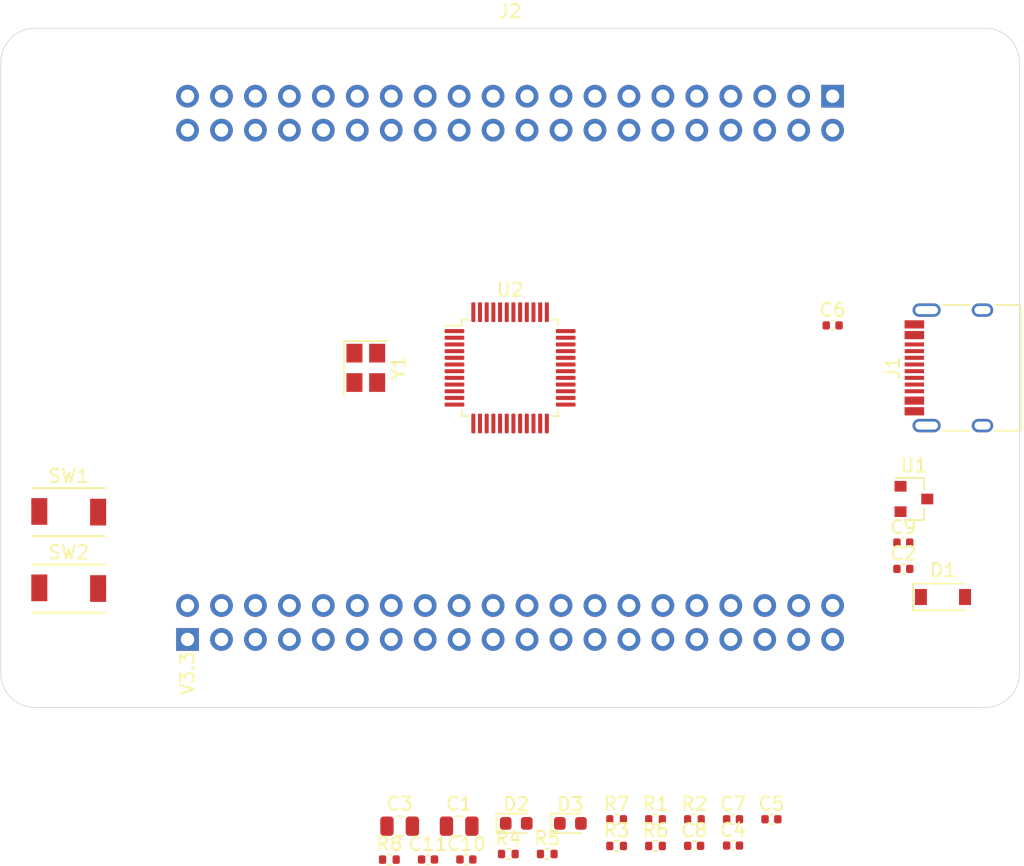
<source format=kicad_pcb>
(kicad_pcb (version 20171130) (host pcbnew 5.1.9+dfsg1-1)

  (general
    (thickness 1.6)
    (drawings 8)
    (tracks 0)
    (zones 0)
    (modules 29)
    (nets 88)
  )

  (page A4)
  (layers
    (0 F.Cu signal)
    (31 B.Cu signal)
    (32 B.Adhes user)
    (33 F.Adhes user)
    (34 B.Paste user)
    (35 F.Paste user)
    (36 B.SilkS user)
    (37 F.SilkS user)
    (38 B.Mask user)
    (39 F.Mask user)
    (40 Dwgs.User user)
    (41 Cmts.User user)
    (42 Eco1.User user)
    (43 Eco2.User user)
    (44 Edge.Cuts user)
    (45 Margin user)
    (46 B.CrtYd user)
    (47 F.CrtYd user)
    (48 B.Fab user hide)
    (49 F.Fab user hide)
  )

  (setup
    (last_trace_width 0.25)
    (trace_clearance 0.2)
    (zone_clearance 0.508)
    (zone_45_only no)
    (trace_min 0.2)
    (via_size 0.8)
    (via_drill 0.4)
    (via_min_size 0.4)
    (via_min_drill 0.3)
    (uvia_size 0.3)
    (uvia_drill 0.1)
    (uvias_allowed no)
    (uvia_min_size 0.2)
    (uvia_min_drill 0.1)
    (edge_width 0.05)
    (segment_width 0.2)
    (pcb_text_width 0.3)
    (pcb_text_size 1.5 1.5)
    (mod_edge_width 0.12)
    (mod_text_size 1 1)
    (mod_text_width 0.15)
    (pad_size 1.524 1.524)
    (pad_drill 0.762)
    (pad_to_mask_clearance 0)
    (aux_axis_origin 0 0)
    (grid_origin 152.4 101.6)
    (visible_elements FFFFFF7F)
    (pcbplotparams
      (layerselection 0x010fc_ffffffff)
      (usegerberextensions false)
      (usegerberattributes true)
      (usegerberadvancedattributes true)
      (creategerberjobfile true)
      (excludeedgelayer true)
      (linewidth 0.100000)
      (plotframeref false)
      (viasonmask false)
      (mode 1)
      (useauxorigin false)
      (hpglpennumber 1)
      (hpglpenspeed 20)
      (hpglpendiameter 15.000000)
      (psnegative false)
      (psa4output false)
      (plotreference true)
      (plotvalue true)
      (plotinvisibletext false)
      (padsonsilk false)
      (subtractmaskfromsilk false)
      (outputformat 1)
      (mirror false)
      (drillshape 1)
      (scaleselection 1)
      (outputdirectory ""))
  )

  (net 0 "")
  (net 1 GND)
  (net 2 +5V)
  (net 3 NRST)
  (net 4 +3V3)
  (net 5 "Net-(C10-Pad1)")
  (net 6 "Net-(C11-Pad1)")
  (net 7 VBUS)
  (net 8 "Net-(D2-Pad1)")
  (net 9 "Net-(D3-Pad1)")
  (net 10 "Net-(J1-PadB8)")
  (net 11 "Net-(J1-PadA5)")
  (net 12 "Net-(J1-PadA7)")
  (net 13 "Net-(J1-PadA6)")
  (net 14 "Net-(J1-PadA8)")
  (net 15 "Net-(J1-PadB5)")
  (net 16 "Net-(J2-Pad78)")
  (net 17 "Net-(J2-Pad77)")
  (net 18 PC15)
  (net 19 "Net-(J2-Pad75)")
  (net 20 PC13)
  (net 21 PC14)
  (net 22 "Net-(J2-Pad72)")
  (net 23 "Net-(J2-Pad71)")
  (net 24 PB9)
  (net 25 PB8)
  (net 26 PB7)
  (net 27 PB6)
  (net 28 PB5)
  (net 29 PB4)
  (net 30 PB3)
  (net 31 PD2)
  (net 32 "Net-(J2-Pad62)")
  (net 33 PC12)
  (net 34 PC11)
  (net 35 PC10)
  (net 36 "Net-(J2-Pad58)")
  (net 37 "Net-(J2-Pad57)")
  (net 38 PA15)
  (net 39 PA14)
  (net 40 PA13)
  (net 41 PA12)
  (net 42 PA11)
  (net 43 PA10)
  (net 44 PA9)
  (net 45 PA8)
  (net 46 "Net-(J2-Pad48)")
  (net 47 "Net-(J2-Pad47)")
  (net 48 "Net-(J2-Pad46)")
  (net 49 "Net-(J2-Pad45)")
  (net 50 "Net-(J2-Pad44)")
  (net 51 "Net-(J2-Pad43)")
  (net 52 "Net-(J2-Pad38)")
  (net 53 "Net-(J2-Pad37)")
  (net 54 "Net-(J2-Pad36)")
  (net 55 "Net-(J2-Pad35)")
  (net 56 "Net-(J2-Pad34)")
  (net 57 "Net-(J2-Pad33)")
  (net 58 PC9)
  (net 59 PC8)
  (net 60 PC7)
  (net 61 PC6)
  (net 62 PB15)
  (net 63 PB14)
  (net 64 PB13)
  (net 65 PB12)
  (net 66 PB11)
  (net 67 PB10)
  (net 68 "Net-(J2-Pad22)")
  (net 69 PB2)
  (net 70 PB1)
  (net 71 PB0)
  (net 72 PC5)
  (net 73 PC4)
  (net 74 PA7)
  (net 75 PA6)
  (net 76 PA5)
  (net 77 PA4)
  (net 78 PA3)
  (net 79 PA2)
  (net 80 PA1)
  (net 81 PA0)
  (net 82 PC3)
  (net 83 PC2)
  (net 84 PC1)
  (net 85 PC0)
  (net 86 BO0)
  (net 87 UCC)

  (net_class Default "This is the default net class."
    (clearance 0.2)
    (trace_width 0.25)
    (via_dia 0.8)
    (via_drill 0.4)
    (uvia_dia 0.3)
    (uvia_drill 0.1)
    (add_net +3V3)
    (add_net +5V)
    (add_net BO0)
    (add_net GND)
    (add_net NRST)
    (add_net "Net-(C10-Pad1)")
    (add_net "Net-(C11-Pad1)")
    (add_net "Net-(D2-Pad1)")
    (add_net "Net-(D3-Pad1)")
    (add_net "Net-(J1-PadA5)")
    (add_net "Net-(J1-PadA6)")
    (add_net "Net-(J1-PadA7)")
    (add_net "Net-(J1-PadA8)")
    (add_net "Net-(J1-PadB5)")
    (add_net "Net-(J1-PadB8)")
    (add_net "Net-(J2-Pad22)")
    (add_net "Net-(J2-Pad33)")
    (add_net "Net-(J2-Pad34)")
    (add_net "Net-(J2-Pad35)")
    (add_net "Net-(J2-Pad36)")
    (add_net "Net-(J2-Pad37)")
    (add_net "Net-(J2-Pad38)")
    (add_net "Net-(J2-Pad43)")
    (add_net "Net-(J2-Pad44)")
    (add_net "Net-(J2-Pad45)")
    (add_net "Net-(J2-Pad46)")
    (add_net "Net-(J2-Pad47)")
    (add_net "Net-(J2-Pad48)")
    (add_net "Net-(J2-Pad57)")
    (add_net "Net-(J2-Pad58)")
    (add_net "Net-(J2-Pad62)")
    (add_net "Net-(J2-Pad71)")
    (add_net "Net-(J2-Pad72)")
    (add_net "Net-(J2-Pad75)")
    (add_net "Net-(J2-Pad77)")
    (add_net "Net-(J2-Pad78)")
    (add_net PA0)
    (add_net PA1)
    (add_net PA10)
    (add_net PA11)
    (add_net PA12)
    (add_net PA13)
    (add_net PA14)
    (add_net PA15)
    (add_net PA2)
    (add_net PA3)
    (add_net PA4)
    (add_net PA5)
    (add_net PA6)
    (add_net PA7)
    (add_net PA8)
    (add_net PA9)
    (add_net PB0)
    (add_net PB1)
    (add_net PB10)
    (add_net PB11)
    (add_net PB12)
    (add_net PB13)
    (add_net PB14)
    (add_net PB15)
    (add_net PB2)
    (add_net PB3)
    (add_net PB4)
    (add_net PB5)
    (add_net PB6)
    (add_net PB7)
    (add_net PB8)
    (add_net PB9)
    (add_net PC0)
    (add_net PC1)
    (add_net PC10)
    (add_net PC11)
    (add_net PC12)
    (add_net PC13)
    (add_net PC14)
    (add_net PC15)
    (add_net PC2)
    (add_net PC3)
    (add_net PC4)
    (add_net PC5)
    (add_net PC6)
    (add_net PC7)
    (add_net PC8)
    (add_net PC9)
    (add_net PD2)
    (add_net UCC)
    (add_net VBUS)
  )

  (module Crystal:Crystal_SMD_3225-4Pin_3.2x2.5mm (layer F.Cu) (tedit 5A0FD1B2) (tstamp 60D2A96F)
    (at 141.605 101.6 270)
    (descr "SMD Crystal SERIES SMD3225/4 http://www.txccrystal.com/images/pdf/7m-accuracy.pdf, 3.2x2.5mm^2 package")
    (tags "SMD SMT crystal")
    (path /60E3CE60)
    (attr smd)
    (fp_text reference Y1 (at 0 -2.45 90) (layer F.SilkS)
      (effects (font (size 1 1) (thickness 0.15)))
    )
    (fp_text value "16 MHz" (at 0 2.45 90) (layer F.Fab)
      (effects (font (size 1 1) (thickness 0.15)))
    )
    (fp_text user %R (at 0 0 90) (layer F.Fab)
      (effects (font (size 0.7 0.7) (thickness 0.105)))
    )
    (fp_line (start -1.6 -1.25) (end -1.6 1.25) (layer F.Fab) (width 0.1))
    (fp_line (start -1.6 1.25) (end 1.6 1.25) (layer F.Fab) (width 0.1))
    (fp_line (start 1.6 1.25) (end 1.6 -1.25) (layer F.Fab) (width 0.1))
    (fp_line (start 1.6 -1.25) (end -1.6 -1.25) (layer F.Fab) (width 0.1))
    (fp_line (start -1.6 0.25) (end -0.6 1.25) (layer F.Fab) (width 0.1))
    (fp_line (start -2 -1.65) (end -2 1.65) (layer F.SilkS) (width 0.12))
    (fp_line (start -2 1.65) (end 2 1.65) (layer F.SilkS) (width 0.12))
    (fp_line (start -2.1 -1.7) (end -2.1 1.7) (layer F.CrtYd) (width 0.05))
    (fp_line (start -2.1 1.7) (end 2.1 1.7) (layer F.CrtYd) (width 0.05))
    (fp_line (start 2.1 1.7) (end 2.1 -1.7) (layer F.CrtYd) (width 0.05))
    (fp_line (start 2.1 -1.7) (end -2.1 -1.7) (layer F.CrtYd) (width 0.05))
    (pad 4 smd rect (at -1.1 -0.85 270) (size 1.4 1.2) (layers F.Cu F.Paste F.Mask)
      (net 1 GND))
    (pad 3 smd rect (at 1.1 -0.85 270) (size 1.4 1.2) (layers F.Cu F.Paste F.Mask)
      (net 6 "Net-(C11-Pad1)"))
    (pad 2 smd rect (at 1.1 0.85 270) (size 1.4 1.2) (layers F.Cu F.Paste F.Mask)
      (net 1 GND))
    (pad 1 smd rect (at -1.1 0.85 270) (size 1.4 1.2) (layers F.Cu F.Paste F.Mask)
      (net 5 "Net-(C10-Pad1)"))
    (model ${KISYS3DMOD}/Crystal.3dshapes/Crystal_SMD_3225-4Pin_3.2x2.5mm.wrl
      (at (xyz 0 0 0))
      (scale (xyz 1 1 1))
      (rotate (xyz 0 0 0))
    )
  )

  (module Package_QFP:LQFP-48_7x7mm_P0.5mm (layer F.Cu) (tedit 5D9F72AF) (tstamp 60D2A9EF)
    (at 152.4 101.6)
    (descr "LQFP, 48 Pin (https://www.analog.com/media/en/technical-documentation/data-sheets/ltc2358-16.pdf), generated with kicad-footprint-generator ipc_gullwing_generator.py")
    (tags "LQFP QFP")
    (path /60ED3EFB)
    (attr smd)
    (fp_text reference U2 (at 0 -5.85) (layer F.SilkS)
      (effects (font (size 1 1) (thickness 0.15)))
    )
    (fp_text value STM32F103CBTx (at 0 5.85) (layer F.Fab)
      (effects (font (size 1 1) (thickness 0.15)))
    )
    (fp_text user %R (at 0 0) (layer F.Fab)
      (effects (font (size 1 1) (thickness 0.15)))
    )
    (fp_line (start 3.16 3.61) (end 3.61 3.61) (layer F.SilkS) (width 0.12))
    (fp_line (start 3.61 3.61) (end 3.61 3.16) (layer F.SilkS) (width 0.12))
    (fp_line (start -3.16 3.61) (end -3.61 3.61) (layer F.SilkS) (width 0.12))
    (fp_line (start -3.61 3.61) (end -3.61 3.16) (layer F.SilkS) (width 0.12))
    (fp_line (start 3.16 -3.61) (end 3.61 -3.61) (layer F.SilkS) (width 0.12))
    (fp_line (start 3.61 -3.61) (end 3.61 -3.16) (layer F.SilkS) (width 0.12))
    (fp_line (start -3.16 -3.61) (end -3.61 -3.61) (layer F.SilkS) (width 0.12))
    (fp_line (start -3.61 -3.61) (end -3.61 -3.16) (layer F.SilkS) (width 0.12))
    (fp_line (start -3.61 -3.16) (end -4.9 -3.16) (layer F.SilkS) (width 0.12))
    (fp_line (start -2.5 -3.5) (end 3.5 -3.5) (layer F.Fab) (width 0.1))
    (fp_line (start 3.5 -3.5) (end 3.5 3.5) (layer F.Fab) (width 0.1))
    (fp_line (start 3.5 3.5) (end -3.5 3.5) (layer F.Fab) (width 0.1))
    (fp_line (start -3.5 3.5) (end -3.5 -2.5) (layer F.Fab) (width 0.1))
    (fp_line (start -3.5 -2.5) (end -2.5 -3.5) (layer F.Fab) (width 0.1))
    (fp_line (start 0 -5.15) (end -3.15 -5.15) (layer F.CrtYd) (width 0.05))
    (fp_line (start -3.15 -5.15) (end -3.15 -3.75) (layer F.CrtYd) (width 0.05))
    (fp_line (start -3.15 -3.75) (end -3.75 -3.75) (layer F.CrtYd) (width 0.05))
    (fp_line (start -3.75 -3.75) (end -3.75 -3.15) (layer F.CrtYd) (width 0.05))
    (fp_line (start -3.75 -3.15) (end -5.15 -3.15) (layer F.CrtYd) (width 0.05))
    (fp_line (start -5.15 -3.15) (end -5.15 0) (layer F.CrtYd) (width 0.05))
    (fp_line (start 0 -5.15) (end 3.15 -5.15) (layer F.CrtYd) (width 0.05))
    (fp_line (start 3.15 -5.15) (end 3.15 -3.75) (layer F.CrtYd) (width 0.05))
    (fp_line (start 3.15 -3.75) (end 3.75 -3.75) (layer F.CrtYd) (width 0.05))
    (fp_line (start 3.75 -3.75) (end 3.75 -3.15) (layer F.CrtYd) (width 0.05))
    (fp_line (start 3.75 -3.15) (end 5.15 -3.15) (layer F.CrtYd) (width 0.05))
    (fp_line (start 5.15 -3.15) (end 5.15 0) (layer F.CrtYd) (width 0.05))
    (fp_line (start 0 5.15) (end -3.15 5.15) (layer F.CrtYd) (width 0.05))
    (fp_line (start -3.15 5.15) (end -3.15 3.75) (layer F.CrtYd) (width 0.05))
    (fp_line (start -3.15 3.75) (end -3.75 3.75) (layer F.CrtYd) (width 0.05))
    (fp_line (start -3.75 3.75) (end -3.75 3.15) (layer F.CrtYd) (width 0.05))
    (fp_line (start -3.75 3.15) (end -5.15 3.15) (layer F.CrtYd) (width 0.05))
    (fp_line (start -5.15 3.15) (end -5.15 0) (layer F.CrtYd) (width 0.05))
    (fp_line (start 0 5.15) (end 3.15 5.15) (layer F.CrtYd) (width 0.05))
    (fp_line (start 3.15 5.15) (end 3.15 3.75) (layer F.CrtYd) (width 0.05))
    (fp_line (start 3.15 3.75) (end 3.75 3.75) (layer F.CrtYd) (width 0.05))
    (fp_line (start 3.75 3.75) (end 3.75 3.15) (layer F.CrtYd) (width 0.05))
    (fp_line (start 3.75 3.15) (end 5.15 3.15) (layer F.CrtYd) (width 0.05))
    (fp_line (start 5.15 3.15) (end 5.15 0) (layer F.CrtYd) (width 0.05))
    (pad 48 smd roundrect (at -2.75 -4.1625) (size 0.3 1.475) (layers F.Cu F.Paste F.Mask) (roundrect_rratio 0.25)
      (net 4 +3V3))
    (pad 47 smd roundrect (at -2.25 -4.1625) (size 0.3 1.475) (layers F.Cu F.Paste F.Mask) (roundrect_rratio 0.25)
      (net 1 GND))
    (pad 46 smd roundrect (at -1.75 -4.1625) (size 0.3 1.475) (layers F.Cu F.Paste F.Mask) (roundrect_rratio 0.25)
      (net 24 PB9))
    (pad 45 smd roundrect (at -1.25 -4.1625) (size 0.3 1.475) (layers F.Cu F.Paste F.Mask) (roundrect_rratio 0.25)
      (net 25 PB8))
    (pad 44 smd roundrect (at -0.75 -4.1625) (size 0.3 1.475) (layers F.Cu F.Paste F.Mask) (roundrect_rratio 0.25)
      (net 86 BO0))
    (pad 43 smd roundrect (at -0.25 -4.1625) (size 0.3 1.475) (layers F.Cu F.Paste F.Mask) (roundrect_rratio 0.25)
      (net 26 PB7))
    (pad 42 smd roundrect (at 0.25 -4.1625) (size 0.3 1.475) (layers F.Cu F.Paste F.Mask) (roundrect_rratio 0.25)
      (net 27 PB6))
    (pad 41 smd roundrect (at 0.75 -4.1625) (size 0.3 1.475) (layers F.Cu F.Paste F.Mask) (roundrect_rratio 0.25)
      (net 28 PB5))
    (pad 40 smd roundrect (at 1.25 -4.1625) (size 0.3 1.475) (layers F.Cu F.Paste F.Mask) (roundrect_rratio 0.25)
      (net 29 PB4))
    (pad 39 smd roundrect (at 1.75 -4.1625) (size 0.3 1.475) (layers F.Cu F.Paste F.Mask) (roundrect_rratio 0.25)
      (net 30 PB3))
    (pad 38 smd roundrect (at 2.25 -4.1625) (size 0.3 1.475) (layers F.Cu F.Paste F.Mask) (roundrect_rratio 0.25)
      (net 38 PA15))
    (pad 37 smd roundrect (at 2.75 -4.1625) (size 0.3 1.475) (layers F.Cu F.Paste F.Mask) (roundrect_rratio 0.25)
      (net 39 PA14))
    (pad 36 smd roundrect (at 4.1625 -2.75) (size 1.475 0.3) (layers F.Cu F.Paste F.Mask) (roundrect_rratio 0.25)
      (net 4 +3V3))
    (pad 35 smd roundrect (at 4.1625 -2.25) (size 1.475 0.3) (layers F.Cu F.Paste F.Mask) (roundrect_rratio 0.25)
      (net 1 GND))
    (pad 34 smd roundrect (at 4.1625 -1.75) (size 1.475 0.3) (layers F.Cu F.Paste F.Mask) (roundrect_rratio 0.25)
      (net 40 PA13))
    (pad 33 smd roundrect (at 4.1625 -1.25) (size 1.475 0.3) (layers F.Cu F.Paste F.Mask) (roundrect_rratio 0.25)
      (net 41 PA12))
    (pad 32 smd roundrect (at 4.1625 -0.75) (size 1.475 0.3) (layers F.Cu F.Paste F.Mask) (roundrect_rratio 0.25)
      (net 42 PA11))
    (pad 31 smd roundrect (at 4.1625 -0.25) (size 1.475 0.3) (layers F.Cu F.Paste F.Mask) (roundrect_rratio 0.25)
      (net 43 PA10))
    (pad 30 smd roundrect (at 4.1625 0.25) (size 1.475 0.3) (layers F.Cu F.Paste F.Mask) (roundrect_rratio 0.25)
      (net 44 PA9))
    (pad 29 smd roundrect (at 4.1625 0.75) (size 1.475 0.3) (layers F.Cu F.Paste F.Mask) (roundrect_rratio 0.25)
      (net 45 PA8))
    (pad 28 smd roundrect (at 4.1625 1.25) (size 1.475 0.3) (layers F.Cu F.Paste F.Mask) (roundrect_rratio 0.25)
      (net 62 PB15))
    (pad 27 smd roundrect (at 4.1625 1.75) (size 1.475 0.3) (layers F.Cu F.Paste F.Mask) (roundrect_rratio 0.25)
      (net 63 PB14))
    (pad 26 smd roundrect (at 4.1625 2.25) (size 1.475 0.3) (layers F.Cu F.Paste F.Mask) (roundrect_rratio 0.25)
      (net 64 PB13))
    (pad 25 smd roundrect (at 4.1625 2.75) (size 1.475 0.3) (layers F.Cu F.Paste F.Mask) (roundrect_rratio 0.25)
      (net 65 PB12))
    (pad 24 smd roundrect (at 2.75 4.1625) (size 0.3 1.475) (layers F.Cu F.Paste F.Mask) (roundrect_rratio 0.25)
      (net 4 +3V3))
    (pad 23 smd roundrect (at 2.25 4.1625) (size 0.3 1.475) (layers F.Cu F.Paste F.Mask) (roundrect_rratio 0.25)
      (net 1 GND))
    (pad 22 smd roundrect (at 1.75 4.1625) (size 0.3 1.475) (layers F.Cu F.Paste F.Mask) (roundrect_rratio 0.25)
      (net 66 PB11))
    (pad 21 smd roundrect (at 1.25 4.1625) (size 0.3 1.475) (layers F.Cu F.Paste F.Mask) (roundrect_rratio 0.25)
      (net 67 PB10))
    (pad 20 smd roundrect (at 0.75 4.1625) (size 0.3 1.475) (layers F.Cu F.Paste F.Mask) (roundrect_rratio 0.25)
      (net 69 PB2))
    (pad 19 smd roundrect (at 0.25 4.1625) (size 0.3 1.475) (layers F.Cu F.Paste F.Mask) (roundrect_rratio 0.25)
      (net 70 PB1))
    (pad 18 smd roundrect (at -0.25 4.1625) (size 0.3 1.475) (layers F.Cu F.Paste F.Mask) (roundrect_rratio 0.25)
      (net 71 PB0))
    (pad 17 smd roundrect (at -0.75 4.1625) (size 0.3 1.475) (layers F.Cu F.Paste F.Mask) (roundrect_rratio 0.25)
      (net 74 PA7))
    (pad 16 smd roundrect (at -1.25 4.1625) (size 0.3 1.475) (layers F.Cu F.Paste F.Mask) (roundrect_rratio 0.25)
      (net 75 PA6))
    (pad 15 smd roundrect (at -1.75 4.1625) (size 0.3 1.475) (layers F.Cu F.Paste F.Mask) (roundrect_rratio 0.25)
      (net 76 PA5))
    (pad 14 smd roundrect (at -2.25 4.1625) (size 0.3 1.475) (layers F.Cu F.Paste F.Mask) (roundrect_rratio 0.25)
      (net 77 PA4))
    (pad 13 smd roundrect (at -2.75 4.1625) (size 0.3 1.475) (layers F.Cu F.Paste F.Mask) (roundrect_rratio 0.25)
      (net 78 PA3))
    (pad 12 smd roundrect (at -4.1625 2.75) (size 1.475 0.3) (layers F.Cu F.Paste F.Mask) (roundrect_rratio 0.25)
      (net 79 PA2))
    (pad 11 smd roundrect (at -4.1625 2.25) (size 1.475 0.3) (layers F.Cu F.Paste F.Mask) (roundrect_rratio 0.25)
      (net 80 PA1))
    (pad 10 smd roundrect (at -4.1625 1.75) (size 1.475 0.3) (layers F.Cu F.Paste F.Mask) (roundrect_rratio 0.25)
      (net 81 PA0))
    (pad 9 smd roundrect (at -4.1625 1.25) (size 1.475 0.3) (layers F.Cu F.Paste F.Mask) (roundrect_rratio 0.25)
      (net 4 +3V3))
    (pad 8 smd roundrect (at -4.1625 0.75) (size 1.475 0.3) (layers F.Cu F.Paste F.Mask) (roundrect_rratio 0.25)
      (net 1 GND))
    (pad 7 smd roundrect (at -4.1625 0.25) (size 1.475 0.3) (layers F.Cu F.Paste F.Mask) (roundrect_rratio 0.25)
      (net 3 NRST))
    (pad 6 smd roundrect (at -4.1625 -0.25) (size 1.475 0.3) (layers F.Cu F.Paste F.Mask) (roundrect_rratio 0.25)
      (net 6 "Net-(C11-Pad1)"))
    (pad 5 smd roundrect (at -4.1625 -0.75) (size 1.475 0.3) (layers F.Cu F.Paste F.Mask) (roundrect_rratio 0.25)
      (net 5 "Net-(C10-Pad1)"))
    (pad 4 smd roundrect (at -4.1625 -1.25) (size 1.475 0.3) (layers F.Cu F.Paste F.Mask) (roundrect_rratio 0.25)
      (net 18 PC15))
    (pad 3 smd roundrect (at -4.1625 -1.75) (size 1.475 0.3) (layers F.Cu F.Paste F.Mask) (roundrect_rratio 0.25)
      (net 21 PC14))
    (pad 2 smd roundrect (at -4.1625 -2.25) (size 1.475 0.3) (layers F.Cu F.Paste F.Mask) (roundrect_rratio 0.25)
      (net 20 PC13))
    (pad 1 smd roundrect (at -4.1625 -2.75) (size 1.475 0.3) (layers F.Cu F.Paste F.Mask) (roundrect_rratio 0.25)
      (net 4 +3V3))
    (model ${KISYS3DMOD}/Package_QFP.3dshapes/LQFP-48_7x7mm_P0.5mm.wrl
      (at (xyz 0 0 0))
      (scale (xyz 1 1 1))
      (rotate (xyz 0 0 0))
    )
  )

  (module Package_TO_SOT_SMD:SOT-23 (layer F.Cu) (tedit 5A02FF57) (tstamp 60D2AAB7)
    (at 182.61 111.41)
    (descr "SOT-23, Standard")
    (tags SOT-23)
    (path /60E3CF41)
    (attr smd)
    (fp_text reference U1 (at 0 -2.5) (layer F.SilkS)
      (effects (font (size 1 1) (thickness 0.15)))
    )
    (fp_text value XC6206P332MR (at 0 2.5) (layer F.Fab)
      (effects (font (size 1 1) (thickness 0.15)))
    )
    (fp_text user %R (at 0 0 90) (layer F.Fab)
      (effects (font (size 0.5 0.5) (thickness 0.075)))
    )
    (fp_line (start -0.7 -0.95) (end -0.7 1.5) (layer F.Fab) (width 0.1))
    (fp_line (start -0.15 -1.52) (end 0.7 -1.52) (layer F.Fab) (width 0.1))
    (fp_line (start -0.7 -0.95) (end -0.15 -1.52) (layer F.Fab) (width 0.1))
    (fp_line (start 0.7 -1.52) (end 0.7 1.52) (layer F.Fab) (width 0.1))
    (fp_line (start -0.7 1.52) (end 0.7 1.52) (layer F.Fab) (width 0.1))
    (fp_line (start 0.76 1.58) (end 0.76 0.65) (layer F.SilkS) (width 0.12))
    (fp_line (start 0.76 -1.58) (end 0.76 -0.65) (layer F.SilkS) (width 0.12))
    (fp_line (start -1.7 -1.75) (end 1.7 -1.75) (layer F.CrtYd) (width 0.05))
    (fp_line (start 1.7 -1.75) (end 1.7 1.75) (layer F.CrtYd) (width 0.05))
    (fp_line (start 1.7 1.75) (end -1.7 1.75) (layer F.CrtYd) (width 0.05))
    (fp_line (start -1.7 1.75) (end -1.7 -1.75) (layer F.CrtYd) (width 0.05))
    (fp_line (start 0.76 -1.58) (end -1.4 -1.58) (layer F.SilkS) (width 0.12))
    (fp_line (start 0.76 1.58) (end -0.7 1.58) (layer F.SilkS) (width 0.12))
    (pad 3 smd rect (at 1 0) (size 0.9 0.8) (layers F.Cu F.Paste F.Mask)
      (net 2 +5V))
    (pad 2 smd rect (at -1 0.95) (size 0.9 0.8) (layers F.Cu F.Paste F.Mask)
      (net 4 +3V3))
    (pad 1 smd rect (at -1 -0.95) (size 0.9 0.8) (layers F.Cu F.Paste F.Mask)
      (net 1 GND))
    (model ${KISYS3DMOD}/Package_TO_SOT_SMD.3dshapes/SOT-23.wrl
      (at (xyz 0 0 0))
      (scale (xyz 1 1 1))
      (rotate (xyz 0 0 0))
    )
  )

  (module stm32world:TS-1088R-02526 (layer F.Cu) (tedit 60C6CED9) (tstamp 60D2AAEB)
    (at 119.38 118.11)
    (path /60E3CFDD)
    (fp_text reference SW2 (at 0 -2.7) (layer F.SilkS)
      (effects (font (size 1 1) (thickness 0.15)))
    )
    (fp_text value ~ (at 0 2.8) (layer F.Fab)
      (effects (font (size 1 1) (thickness 0.15)))
    )
    (fp_line (start 2.7 1.8) (end -2.7 1.8) (layer F.SilkS) (width 0.15))
    (fp_line (start -2.7 -1.8) (end 2.7 -1.8) (layer F.SilkS) (width 0.15))
    (fp_circle (center 0 0) (end 0.5 -1) (layer F.Fab) (width 0.12))
    (fp_line (start -2 1.5) (end -2 -1.5) (layer F.Fab) (width 0.12))
    (fp_line (start 2 1.5) (end -2 1.5) (layer F.Fab) (width 0.12))
    (fp_line (start 2 -1.5) (end 2 1.5) (layer F.Fab) (width 0.12))
    (fp_line (start -2 -1.5) (end 2 -1.5) (layer F.Fab) (width 0.12))
    (pad 2 smd rect (at 2.2 0) (size 1.2 2) (layers F.Cu F.Paste F.Mask)
      (net 4 +3V3))
    (pad 1 smd rect (at -2.2 -0.05) (size 1.2 2) (layers F.Cu F.Paste F.Mask)
      (net 86 BO0))
    (model "${KIPRJMOD}/../lib/3x4x2 tact button.step"
      (offset (xyz -2.5 0.75 0))
      (scale (xyz 1 1 1))
      (rotate (xyz -90 0 0))
    )
  )

  (module stm32world:TS-1088R-02526 (layer F.Cu) (tedit 60C6CED9) (tstamp 60D2AB0F)
    (at 119.38 112.395)
    (path /60E3CF89)
    (fp_text reference SW1 (at 0 -2.7) (layer F.SilkS)
      (effects (font (size 1 1) (thickness 0.15)))
    )
    (fp_text value ~ (at 0 2.8) (layer F.Fab)
      (effects (font (size 1 1) (thickness 0.15)))
    )
    (fp_line (start 2.7 1.8) (end -2.7 1.8) (layer F.SilkS) (width 0.15))
    (fp_line (start -2.7 -1.8) (end 2.7 -1.8) (layer F.SilkS) (width 0.15))
    (fp_circle (center 0 0) (end 0.5 -1) (layer F.Fab) (width 0.12))
    (fp_line (start -2 1.5) (end -2 -1.5) (layer F.Fab) (width 0.12))
    (fp_line (start 2 1.5) (end -2 1.5) (layer F.Fab) (width 0.12))
    (fp_line (start 2 -1.5) (end 2 1.5) (layer F.Fab) (width 0.12))
    (fp_line (start -2 -1.5) (end 2 -1.5) (layer F.Fab) (width 0.12))
    (pad 2 smd rect (at 2.2 0) (size 1.2 2) (layers F.Cu F.Paste F.Mask)
      (net 3 NRST))
    (pad 1 smd rect (at -2.2 -0.05) (size 1.2 2) (layers F.Cu F.Paste F.Mask)
      (net 1 GND))
    (model "${KIPRJMOD}/../lib/3x4x2 tact button.step"
      (offset (xyz -2.5 0.75 0))
      (scale (xyz 1 1 1))
      (rotate (xyz -90 0 0))
    )
  )

  (module Resistor_SMD:R_0402_1005Metric (layer F.Cu) (tedit 5F68FEEE) (tstamp 60D2AB37)
    (at 143.37 138.39)
    (descr "Resistor SMD 0402 (1005 Metric), square (rectangular) end terminal, IPC_7351 nominal, (Body size source: IPC-SM-782 page 72, https://www.pcb-3d.com/wordpress/wp-content/uploads/ipc-sm-782a_amendment_1_and_2.pdf), generated with kicad-footprint-generator")
    (tags resistor)
    (path /60E3CFBE)
    (attr smd)
    (fp_text reference R8 (at 0 -1.17) (layer F.SilkS)
      (effects (font (size 1 1) (thickness 0.15)))
    )
    (fp_text value 220 (at 0 1.17) (layer F.Fab)
      (effects (font (size 1 1) (thickness 0.15)))
    )
    (fp_text user %R (at 0 0) (layer F.Fab)
      (effects (font (size 0.26 0.26) (thickness 0.04)))
    )
    (fp_line (start -0.525 0.27) (end -0.525 -0.27) (layer F.Fab) (width 0.1))
    (fp_line (start -0.525 -0.27) (end 0.525 -0.27) (layer F.Fab) (width 0.1))
    (fp_line (start 0.525 -0.27) (end 0.525 0.27) (layer F.Fab) (width 0.1))
    (fp_line (start 0.525 0.27) (end -0.525 0.27) (layer F.Fab) (width 0.1))
    (fp_line (start -0.153641 -0.38) (end 0.153641 -0.38) (layer F.SilkS) (width 0.12))
    (fp_line (start -0.153641 0.38) (end 0.153641 0.38) (layer F.SilkS) (width 0.12))
    (fp_line (start -0.93 0.47) (end -0.93 -0.47) (layer F.CrtYd) (width 0.05))
    (fp_line (start -0.93 -0.47) (end 0.93 -0.47) (layer F.CrtYd) (width 0.05))
    (fp_line (start 0.93 -0.47) (end 0.93 0.47) (layer F.CrtYd) (width 0.05))
    (fp_line (start 0.93 0.47) (end -0.93 0.47) (layer F.CrtYd) (width 0.05))
    (pad 2 smd roundrect (at 0.51 0) (size 0.54 0.64) (layers F.Cu F.Paste F.Mask) (roundrect_rratio 0.25)
      (net 20 PC13))
    (pad 1 smd roundrect (at -0.51 0) (size 0.54 0.64) (layers F.Cu F.Paste F.Mask) (roundrect_rratio 0.25)
      (net 9 "Net-(D3-Pad1)"))
    (model ${KISYS3DMOD}/Resistor_SMD.3dshapes/R_0402_1005Metric.wrl
      (at (xyz 0 0 0))
      (scale (xyz 1 1 1))
      (rotate (xyz 0 0 0))
    )
  )

  (module Resistor_SMD:R_0402_1005Metric (layer F.Cu) (tedit 5F68FEEE) (tstamp 60D2AB67)
    (at 160.37 135.38)
    (descr "Resistor SMD 0402 (1005 Metric), square (rectangular) end terminal, IPC_7351 nominal, (Body size source: IPC-SM-782 page 72, https://www.pcb-3d.com/wordpress/wp-content/uploads/ipc-sm-782a_amendment_1_and_2.pdf), generated with kicad-footprint-generator")
    (tags resistor)
    (path /60E3CFE5)
    (attr smd)
    (fp_text reference R7 (at 0 -1.17) (layer F.SilkS)
      (effects (font (size 1 1) (thickness 0.15)))
    )
    (fp_text value 220 (at 0 1.17) (layer F.Fab)
      (effects (font (size 1 1) (thickness 0.15)))
    )
    (fp_text user %R (at 0 0) (layer F.Fab)
      (effects (font (size 0.26 0.26) (thickness 0.04)))
    )
    (fp_line (start -0.525 0.27) (end -0.525 -0.27) (layer F.Fab) (width 0.1))
    (fp_line (start -0.525 -0.27) (end 0.525 -0.27) (layer F.Fab) (width 0.1))
    (fp_line (start 0.525 -0.27) (end 0.525 0.27) (layer F.Fab) (width 0.1))
    (fp_line (start 0.525 0.27) (end -0.525 0.27) (layer F.Fab) (width 0.1))
    (fp_line (start -0.153641 -0.38) (end 0.153641 -0.38) (layer F.SilkS) (width 0.12))
    (fp_line (start -0.153641 0.38) (end 0.153641 0.38) (layer F.SilkS) (width 0.12))
    (fp_line (start -0.93 0.47) (end -0.93 -0.47) (layer F.CrtYd) (width 0.05))
    (fp_line (start -0.93 -0.47) (end 0.93 -0.47) (layer F.CrtYd) (width 0.05))
    (fp_line (start 0.93 -0.47) (end 0.93 0.47) (layer F.CrtYd) (width 0.05))
    (fp_line (start 0.93 0.47) (end -0.93 0.47) (layer F.CrtYd) (width 0.05))
    (pad 2 smd roundrect (at 0.51 0) (size 0.54 0.64) (layers F.Cu F.Paste F.Mask) (roundrect_rratio 0.25)
      (net 1 GND))
    (pad 1 smd roundrect (at -0.51 0) (size 0.54 0.64) (layers F.Cu F.Paste F.Mask) (roundrect_rratio 0.25)
      (net 8 "Net-(D2-Pad1)"))
    (model ${KISYS3DMOD}/Resistor_SMD.3dshapes/R_0402_1005Metric.wrl
      (at (xyz 0 0 0))
      (scale (xyz 1 1 1))
      (rotate (xyz 0 0 0))
    )
  )

  (module Resistor_SMD:R_0402_1005Metric (layer F.Cu) (tedit 5F68FEEE) (tstamp 60D2AB97)
    (at 163.28 137.37)
    (descr "Resistor SMD 0402 (1005 Metric), square (rectangular) end terminal, IPC_7351 nominal, (Body size source: IPC-SM-782 page 72, https://www.pcb-3d.com/wordpress/wp-content/uploads/ipc-sm-782a_amendment_1_and_2.pdf), generated with kicad-footprint-generator")
    (tags resistor)
    (path /60E3CEC1)
    (attr smd)
    (fp_text reference R6 (at 0 -1.17) (layer F.SilkS)
      (effects (font (size 1 1) (thickness 0.15)))
    )
    (fp_text value 22R (at 0 1.17) (layer F.Fab)
      (effects (font (size 1 1) (thickness 0.15)))
    )
    (fp_text user %R (at 0 0) (layer F.Fab)
      (effects (font (size 0.26 0.26) (thickness 0.04)))
    )
    (fp_line (start -0.525 0.27) (end -0.525 -0.27) (layer F.Fab) (width 0.1))
    (fp_line (start -0.525 -0.27) (end 0.525 -0.27) (layer F.Fab) (width 0.1))
    (fp_line (start 0.525 -0.27) (end 0.525 0.27) (layer F.Fab) (width 0.1))
    (fp_line (start 0.525 0.27) (end -0.525 0.27) (layer F.Fab) (width 0.1))
    (fp_line (start -0.153641 -0.38) (end 0.153641 -0.38) (layer F.SilkS) (width 0.12))
    (fp_line (start -0.153641 0.38) (end 0.153641 0.38) (layer F.SilkS) (width 0.12))
    (fp_line (start -0.93 0.47) (end -0.93 -0.47) (layer F.CrtYd) (width 0.05))
    (fp_line (start -0.93 -0.47) (end 0.93 -0.47) (layer F.CrtYd) (width 0.05))
    (fp_line (start 0.93 -0.47) (end 0.93 0.47) (layer F.CrtYd) (width 0.05))
    (fp_line (start 0.93 0.47) (end -0.93 0.47) (layer F.CrtYd) (width 0.05))
    (pad 2 smd roundrect (at 0.51 0) (size 0.54 0.64) (layers F.Cu F.Paste F.Mask) (roundrect_rratio 0.25)
      (net 41 PA12))
    (pad 1 smd roundrect (at -0.51 0) (size 0.54 0.64) (layers F.Cu F.Paste F.Mask) (roundrect_rratio 0.25)
      (net 13 "Net-(J1-PadA6)"))
    (model ${KISYS3DMOD}/Resistor_SMD.3dshapes/R_0402_1005Metric.wrl
      (at (xyz 0 0 0))
      (scale (xyz 1 1 1))
      (rotate (xyz 0 0 0))
    )
  )

  (module Resistor_SMD:R_0402_1005Metric (layer F.Cu) (tedit 5F68FEEE) (tstamp 60D2ABC7)
    (at 155.18 137.97)
    (descr "Resistor SMD 0402 (1005 Metric), square (rectangular) end terminal, IPC_7351 nominal, (Body size source: IPC-SM-782 page 72, https://www.pcb-3d.com/wordpress/wp-content/uploads/ipc-sm-782a_amendment_1_and_2.pdf), generated with kicad-footprint-generator")
    (tags resistor)
    (path /60E3CEBA)
    (attr smd)
    (fp_text reference R5 (at 0 -1.17) (layer F.SilkS)
      (effects (font (size 1 1) (thickness 0.15)))
    )
    (fp_text value 22R (at 0 1.17) (layer F.Fab)
      (effects (font (size 1 1) (thickness 0.15)))
    )
    (fp_text user %R (at 0 0) (layer F.Fab)
      (effects (font (size 0.26 0.26) (thickness 0.04)))
    )
    (fp_line (start -0.525 0.27) (end -0.525 -0.27) (layer F.Fab) (width 0.1))
    (fp_line (start -0.525 -0.27) (end 0.525 -0.27) (layer F.Fab) (width 0.1))
    (fp_line (start 0.525 -0.27) (end 0.525 0.27) (layer F.Fab) (width 0.1))
    (fp_line (start 0.525 0.27) (end -0.525 0.27) (layer F.Fab) (width 0.1))
    (fp_line (start -0.153641 -0.38) (end 0.153641 -0.38) (layer F.SilkS) (width 0.12))
    (fp_line (start -0.153641 0.38) (end 0.153641 0.38) (layer F.SilkS) (width 0.12))
    (fp_line (start -0.93 0.47) (end -0.93 -0.47) (layer F.CrtYd) (width 0.05))
    (fp_line (start -0.93 -0.47) (end 0.93 -0.47) (layer F.CrtYd) (width 0.05))
    (fp_line (start 0.93 -0.47) (end 0.93 0.47) (layer F.CrtYd) (width 0.05))
    (fp_line (start 0.93 0.47) (end -0.93 0.47) (layer F.CrtYd) (width 0.05))
    (pad 2 smd roundrect (at 0.51 0) (size 0.54 0.64) (layers F.Cu F.Paste F.Mask) (roundrect_rratio 0.25)
      (net 42 PA11))
    (pad 1 smd roundrect (at -0.51 0) (size 0.54 0.64) (layers F.Cu F.Paste F.Mask) (roundrect_rratio 0.25)
      (net 12 "Net-(J1-PadA7)"))
    (model ${KISYS3DMOD}/Resistor_SMD.3dshapes/R_0402_1005Metric.wrl
      (at (xyz 0 0 0))
      (scale (xyz 1 1 1))
      (rotate (xyz 0 0 0))
    )
  )

  (module Resistor_SMD:R_0402_1005Metric (layer F.Cu) (tedit 5F68FEEE) (tstamp 60D2ABF7)
    (at 152.27 137.97)
    (descr "Resistor SMD 0402 (1005 Metric), square (rectangular) end terminal, IPC_7351 nominal, (Body size source: IPC-SM-782 page 72, https://www.pcb-3d.com/wordpress/wp-content/uploads/ipc-sm-782a_amendment_1_and_2.pdf), generated with kicad-footprint-generator")
    (tags resistor)
    (path /60E3CE9C)
    (attr smd)
    (fp_text reference R4 (at 0 -1.17) (layer F.SilkS)
      (effects (font (size 1 1) (thickness 0.15)))
    )
    (fp_text value 5.1k (at 0 1.17) (layer F.Fab)
      (effects (font (size 1 1) (thickness 0.15)))
    )
    (fp_text user %R (at 0 0) (layer F.Fab)
      (effects (font (size 0.26 0.26) (thickness 0.04)))
    )
    (fp_line (start -0.525 0.27) (end -0.525 -0.27) (layer F.Fab) (width 0.1))
    (fp_line (start -0.525 -0.27) (end 0.525 -0.27) (layer F.Fab) (width 0.1))
    (fp_line (start 0.525 -0.27) (end 0.525 0.27) (layer F.Fab) (width 0.1))
    (fp_line (start 0.525 0.27) (end -0.525 0.27) (layer F.Fab) (width 0.1))
    (fp_line (start -0.153641 -0.38) (end 0.153641 -0.38) (layer F.SilkS) (width 0.12))
    (fp_line (start -0.153641 0.38) (end 0.153641 0.38) (layer F.SilkS) (width 0.12))
    (fp_line (start -0.93 0.47) (end -0.93 -0.47) (layer F.CrtYd) (width 0.05))
    (fp_line (start -0.93 -0.47) (end 0.93 -0.47) (layer F.CrtYd) (width 0.05))
    (fp_line (start 0.93 -0.47) (end 0.93 0.47) (layer F.CrtYd) (width 0.05))
    (fp_line (start 0.93 0.47) (end -0.93 0.47) (layer F.CrtYd) (width 0.05))
    (pad 2 smd roundrect (at 0.51 0) (size 0.54 0.64) (layers F.Cu F.Paste F.Mask) (roundrect_rratio 0.25)
      (net 87 UCC))
    (pad 1 smd roundrect (at -0.51 0) (size 0.54 0.64) (layers F.Cu F.Paste F.Mask) (roundrect_rratio 0.25)
      (net 15 "Net-(J1-PadB5)"))
    (model ${KISYS3DMOD}/Resistor_SMD.3dshapes/R_0402_1005Metric.wrl
      (at (xyz 0 0 0))
      (scale (xyz 1 1 1))
      (rotate (xyz 0 0 0))
    )
  )

  (module Resistor_SMD:R_0402_1005Metric (layer F.Cu) (tedit 5F68FEEE) (tstamp 60D2AC27)
    (at 160.37 137.37)
    (descr "Resistor SMD 0402 (1005 Metric), square (rectangular) end terminal, IPC_7351 nominal, (Body size source: IPC-SM-782 page 72, https://www.pcb-3d.com/wordpress/wp-content/uploads/ipc-sm-782a_amendment_1_and_2.pdf), generated with kicad-footprint-generator")
    (tags resistor)
    (path /60E3CE87)
    (attr smd)
    (fp_text reference R3 (at 0 -1.17) (layer F.SilkS)
      (effects (font (size 1 1) (thickness 0.15)))
    )
    (fp_text value 5.1k (at 0 1.17) (layer F.Fab)
      (effects (font (size 1 1) (thickness 0.15)))
    )
    (fp_text user %R (at 0 0) (layer F.Fab)
      (effects (font (size 0.26 0.26) (thickness 0.04)))
    )
    (fp_line (start -0.525 0.27) (end -0.525 -0.27) (layer F.Fab) (width 0.1))
    (fp_line (start -0.525 -0.27) (end 0.525 -0.27) (layer F.Fab) (width 0.1))
    (fp_line (start 0.525 -0.27) (end 0.525 0.27) (layer F.Fab) (width 0.1))
    (fp_line (start 0.525 0.27) (end -0.525 0.27) (layer F.Fab) (width 0.1))
    (fp_line (start -0.153641 -0.38) (end 0.153641 -0.38) (layer F.SilkS) (width 0.12))
    (fp_line (start -0.153641 0.38) (end 0.153641 0.38) (layer F.SilkS) (width 0.12))
    (fp_line (start -0.93 0.47) (end -0.93 -0.47) (layer F.CrtYd) (width 0.05))
    (fp_line (start -0.93 -0.47) (end 0.93 -0.47) (layer F.CrtYd) (width 0.05))
    (fp_line (start 0.93 -0.47) (end 0.93 0.47) (layer F.CrtYd) (width 0.05))
    (fp_line (start 0.93 0.47) (end -0.93 0.47) (layer F.CrtYd) (width 0.05))
    (pad 2 smd roundrect (at 0.51 0) (size 0.54 0.64) (layers F.Cu F.Paste F.Mask) (roundrect_rratio 0.25)
      (net 87 UCC))
    (pad 1 smd roundrect (at -0.51 0) (size 0.54 0.64) (layers F.Cu F.Paste F.Mask) (roundrect_rratio 0.25)
      (net 11 "Net-(J1-PadA5)"))
    (model ${KISYS3DMOD}/Resistor_SMD.3dshapes/R_0402_1005Metric.wrl
      (at (xyz 0 0 0))
      (scale (xyz 1 1 1))
      (rotate (xyz 0 0 0))
    )
  )

  (module Resistor_SMD:R_0402_1005Metric (layer F.Cu) (tedit 5F68FEEE) (tstamp 60D2AC57)
    (at 166.19 135.38)
    (descr "Resistor SMD 0402 (1005 Metric), square (rectangular) end terminal, IPC_7351 nominal, (Body size source: IPC-SM-782 page 72, https://www.pcb-3d.com/wordpress/wp-content/uploads/ipc-sm-782a_amendment_1_and_2.pdf), generated with kicad-footprint-generator")
    (tags resistor)
    (path /60E3D002)
    (attr smd)
    (fp_text reference R2 (at 0 -1.17) (layer F.SilkS)
      (effects (font (size 1 1) (thickness 0.15)))
    )
    (fp_text value 10k (at 0 1.17) (layer F.Fab)
      (effects (font (size 1 1) (thickness 0.15)))
    )
    (fp_text user %R (at 0 0) (layer F.Fab)
      (effects (font (size 0.26 0.26) (thickness 0.04)))
    )
    (fp_line (start -0.525 0.27) (end -0.525 -0.27) (layer F.Fab) (width 0.1))
    (fp_line (start -0.525 -0.27) (end 0.525 -0.27) (layer F.Fab) (width 0.1))
    (fp_line (start 0.525 -0.27) (end 0.525 0.27) (layer F.Fab) (width 0.1))
    (fp_line (start 0.525 0.27) (end -0.525 0.27) (layer F.Fab) (width 0.1))
    (fp_line (start -0.153641 -0.38) (end 0.153641 -0.38) (layer F.SilkS) (width 0.12))
    (fp_line (start -0.153641 0.38) (end 0.153641 0.38) (layer F.SilkS) (width 0.12))
    (fp_line (start -0.93 0.47) (end -0.93 -0.47) (layer F.CrtYd) (width 0.05))
    (fp_line (start -0.93 -0.47) (end 0.93 -0.47) (layer F.CrtYd) (width 0.05))
    (fp_line (start 0.93 -0.47) (end 0.93 0.47) (layer F.CrtYd) (width 0.05))
    (fp_line (start 0.93 0.47) (end -0.93 0.47) (layer F.CrtYd) (width 0.05))
    (pad 2 smd roundrect (at 0.51 0) (size 0.54 0.64) (layers F.Cu F.Paste F.Mask) (roundrect_rratio 0.25)
      (net 1 GND))
    (pad 1 smd roundrect (at -0.51 0) (size 0.54 0.64) (layers F.Cu F.Paste F.Mask) (roundrect_rratio 0.25)
      (net 86 BO0))
    (model ${KISYS3DMOD}/Resistor_SMD.3dshapes/R_0402_1005Metric.wrl
      (at (xyz 0 0 0))
      (scale (xyz 1 1 1))
      (rotate (xyz 0 0 0))
    )
  )

  (module Resistor_SMD:R_0402_1005Metric (layer F.Cu) (tedit 5F68FEEE) (tstamp 60D2AC87)
    (at 163.28 135.38)
    (descr "Resistor SMD 0402 (1005 Metric), square (rectangular) end terminal, IPC_7351 nominal, (Body size source: IPC-SM-782 page 72, https://www.pcb-3d.com/wordpress/wp-content/uploads/ipc-sm-782a_amendment_1_and_2.pdf), generated with kicad-footprint-generator")
    (tags resistor)
    (path /60E3CFAE)
    (attr smd)
    (fp_text reference R1 (at 0 -1.17) (layer F.SilkS)
      (effects (font (size 1 1) (thickness 0.15)))
    )
    (fp_text value 10k (at 0 1.17) (layer F.Fab)
      (effects (font (size 1 1) (thickness 0.15)))
    )
    (fp_text user %R (at 0 0) (layer F.Fab)
      (effects (font (size 0.26 0.26) (thickness 0.04)))
    )
    (fp_line (start -0.525 0.27) (end -0.525 -0.27) (layer F.Fab) (width 0.1))
    (fp_line (start -0.525 -0.27) (end 0.525 -0.27) (layer F.Fab) (width 0.1))
    (fp_line (start 0.525 -0.27) (end 0.525 0.27) (layer F.Fab) (width 0.1))
    (fp_line (start 0.525 0.27) (end -0.525 0.27) (layer F.Fab) (width 0.1))
    (fp_line (start -0.153641 -0.38) (end 0.153641 -0.38) (layer F.SilkS) (width 0.12))
    (fp_line (start -0.153641 0.38) (end 0.153641 0.38) (layer F.SilkS) (width 0.12))
    (fp_line (start -0.93 0.47) (end -0.93 -0.47) (layer F.CrtYd) (width 0.05))
    (fp_line (start -0.93 -0.47) (end 0.93 -0.47) (layer F.CrtYd) (width 0.05))
    (fp_line (start 0.93 -0.47) (end 0.93 0.47) (layer F.CrtYd) (width 0.05))
    (fp_line (start 0.93 0.47) (end -0.93 0.47) (layer F.CrtYd) (width 0.05))
    (pad 2 smd roundrect (at 0.51 0) (size 0.54 0.64) (layers F.Cu F.Paste F.Mask) (roundrect_rratio 0.25)
      (net 3 NRST))
    (pad 1 smd roundrect (at -0.51 0) (size 0.54 0.64) (layers F.Cu F.Paste F.Mask) (roundrect_rratio 0.25)
      (net 4 +3V3))
    (model ${KISYS3DMOD}/Resistor_SMD.3dshapes/R_0402_1005Metric.wrl
      (at (xyz 0 0 0))
      (scale (xyz 1 1 1))
      (rotate (xyz 0 0 0))
    )
  )

  (module stm32world:STM32WORLD_BASE (layer F.Cu) (tedit 60D0186C) (tstamp 60D2A83C)
    (at 152.4 101.6)
    (path /60E3D048)
    (fp_text reference J2 (at 0 -26.67) (layer F.SilkS)
      (effects (font (size 1 1) (thickness 0.15)))
    )
    (fp_text value STM32WORLD_BASE (at 0 26.67) (layer F.Fab)
      (effects (font (size 1 1) (thickness 0.15)))
    )
    (fp_text user V3.3 (at -24.13 22.86 90) (layer F.SilkS)
      (effects (font (size 1 1) (thickness 0.15)))
    )
    (fp_arc (start 35.56 -22.86) (end 38.1 -22.86) (angle -90) (layer F.Fab) (width 0.12))
    (fp_arc (start 35.56 22.86) (end 35.56 25.4) (angle -90) (layer F.Fab) (width 0.12))
    (fp_arc (start -35.56 22.86) (end -38.1 22.86) (angle -90) (layer F.Fab) (width 0.12))
    (fp_arc (start -35.56 -22.86) (end -35.56 -25.4) (angle -90) (layer F.Fab) (width 0.12))
    (fp_line (start 35.56 -25.4) (end -35.56 -25.4) (layer F.Fab) (width 0.12))
    (fp_line (start -38.1 -22.86) (end -38.1 22.86) (layer F.Fab) (width 0.12))
    (fp_line (start -35.56 25.4) (end 35.56 25.4) (layer F.Fab) (width 0.12))
    (fp_line (start 38.1 22.86) (end 38.1 -22.86) (layer F.Fab) (width 0.12))
    (pad "" np_thru_hole circle (at -34.29 -21.59) (size 3.2 3.2) (drill 3.2) (layers *.Cu *.Mask))
    (pad "" np_thru_hole circle (at 34.29 -21.59) (size 3.2 3.2) (drill 3.2) (layers *.Cu *.Mask))
    (pad "" np_thru_hole circle (at 34.29 21.59) (size 3.2 3.2) (drill 3.2) (layers *.Cu *.Mask))
    (pad "" np_thru_hole circle (at -34.29 21.59) (size 3.2 3.2) (drill 3.2) (layers *.Cu *.Mask))
    (pad 80 thru_hole circle (at -24.13 -17.78) (size 1.7 1.7) (drill 1) (layers *.Cu *.Mask)
      (net 1 GND))
    (pad 79 thru_hole circle (at -24.13 -20.32) (size 1.7 1.7) (drill 1) (layers *.Cu *.Mask)
      (net 4 +3V3))
    (pad 78 thru_hole circle (at -21.59 -17.78) (size 1.7 1.7) (drill 1) (layers *.Cu *.Mask)
      (net 16 "Net-(J2-Pad78)"))
    (pad 77 thru_hole circle (at -21.59 -20.32) (size 1.7 1.7) (drill 1) (layers *.Cu *.Mask)
      (net 17 "Net-(J2-Pad77)"))
    (pad 76 thru_hole circle (at -19.05 -17.78) (size 1.7 1.7) (drill 1) (layers *.Cu *.Mask)
      (net 18 PC15))
    (pad 75 thru_hole circle (at -19.05 -20.32) (size 1.7 1.7) (drill 1) (layers *.Cu *.Mask)
      (net 19 "Net-(J2-Pad75)"))
    (pad 74 thru_hole circle (at -16.51 -17.78) (size 1.7 1.7) (drill 1) (layers *.Cu *.Mask)
      (net 20 PC13))
    (pad 73 thru_hole circle (at -16.51 -20.32) (size 1.7 1.7) (drill 1) (layers *.Cu *.Mask)
      (net 21 PC14))
    (pad 72 thru_hole circle (at -13.97 -17.78) (size 1.7 1.7) (drill 1) (layers *.Cu *.Mask)
      (net 22 "Net-(J2-Pad72)"))
    (pad 71 thru_hole circle (at -13.97 -20.32) (size 1.7 1.7) (drill 1) (layers *.Cu *.Mask)
      (net 23 "Net-(J2-Pad71)"))
    (pad 70 thru_hole circle (at -11.43 -17.78) (size 1.7 1.7) (drill 1) (layers *.Cu *.Mask)
      (net 24 PB9))
    (pad 69 thru_hole circle (at -11.43 -20.32) (size 1.7 1.7) (drill 1) (layers *.Cu *.Mask)
      (net 25 PB8))
    (pad 68 thru_hole circle (at -8.89 -17.78) (size 1.7 1.7) (drill 1) (layers *.Cu *.Mask)
      (net 26 PB7))
    (pad 67 thru_hole circle (at -8.89 -20.32) (size 1.7 1.7) (drill 1) (layers *.Cu *.Mask)
      (net 27 PB6))
    (pad 66 thru_hole circle (at -6.35 -17.78) (size 1.7 1.7) (drill 1) (layers *.Cu *.Mask)
      (net 28 PB5))
    (pad 65 thru_hole circle (at -6.35 -20.32) (size 1.7 1.7) (drill 1) (layers *.Cu *.Mask)
      (net 29 PB4))
    (pad 64 thru_hole circle (at -3.81 -17.78) (size 1.7 1.7) (drill 1) (layers *.Cu *.Mask)
      (net 30 PB3))
    (pad 63 thru_hole circle (at -3.81 -20.32) (size 1.7 1.7) (drill 1) (layers *.Cu *.Mask)
      (net 31 PD2))
    (pad 62 thru_hole circle (at -1.27 -17.78) (size 1.7 1.7) (drill 1) (layers *.Cu *.Mask)
      (net 32 "Net-(J2-Pad62)"))
    (pad 61 thru_hole circle (at -1.27 -20.32) (size 1.7 1.7) (drill 1) (layers *.Cu *.Mask)
      (net 33 PC12))
    (pad 60 thru_hole circle (at 1.27 -17.78) (size 1.7 1.7) (drill 1) (layers *.Cu *.Mask)
      (net 34 PC11))
    (pad 59 thru_hole circle (at 1.27 -20.32) (size 1.7 1.7) (drill 1) (layers *.Cu *.Mask)
      (net 35 PC10))
    (pad 58 thru_hole circle (at 3.81 -17.78) (size 1.7 1.7) (drill 1) (layers *.Cu *.Mask)
      (net 36 "Net-(J2-Pad58)"))
    (pad 57 thru_hole circle (at 3.81 -20.32) (size 1.7 1.7) (drill 1) (layers *.Cu *.Mask)
      (net 37 "Net-(J2-Pad57)"))
    (pad 56 thru_hole circle (at 6.35 -17.78) (size 1.7 1.7) (drill 1) (layers *.Cu *.Mask)
      (net 38 PA15))
    (pad 55 thru_hole circle (at 6.35 -20.32) (size 1.7 1.7) (drill 1) (layers *.Cu *.Mask)
      (net 39 PA14))
    (pad 54 thru_hole circle (at 8.89 -17.78) (size 1.7 1.7) (drill 1) (layers *.Cu *.Mask)
      (net 40 PA13))
    (pad 53 thru_hole circle (at 8.89 -20.32) (size 1.7 1.7) (drill 1) (layers *.Cu *.Mask)
      (net 41 PA12))
    (pad 52 thru_hole circle (at 11.43 -17.78) (size 1.7 1.7) (drill 1) (layers *.Cu *.Mask)
      (net 42 PA11))
    (pad 51 thru_hole circle (at 11.43 -20.32) (size 1.7 1.7) (drill 1) (layers *.Cu *.Mask)
      (net 43 PA10))
    (pad 50 thru_hole circle (at 13.97 -17.78) (size 1.7 1.7) (drill 1) (layers *.Cu *.Mask)
      (net 44 PA9))
    (pad 49 thru_hole circle (at 13.97 -20.32) (size 1.7 1.7) (drill 1) (layers *.Cu *.Mask)
      (net 45 PA8))
    (pad 48 thru_hole circle (at 16.51 -17.78) (size 1.7 1.7) (drill 1) (layers *.Cu *.Mask)
      (net 46 "Net-(J2-Pad48)"))
    (pad 47 thru_hole circle (at 16.51 -20.32) (size 1.7 1.7) (drill 1) (layers *.Cu *.Mask)
      (net 47 "Net-(J2-Pad47)"))
    (pad 46 thru_hole circle (at 19.05 -17.78) (size 1.7 1.7) (drill 1) (layers *.Cu *.Mask)
      (net 48 "Net-(J2-Pad46)"))
    (pad 45 thru_hole circle (at 19.05 -20.32) (size 1.7 1.7) (drill 1) (layers *.Cu *.Mask)
      (net 49 "Net-(J2-Pad45)"))
    (pad 44 thru_hole circle (at 21.59 -17.78) (size 1.7 1.7) (drill 1) (layers *.Cu *.Mask)
      (net 50 "Net-(J2-Pad44)"))
    (pad 43 thru_hole circle (at 21.59 -20.32) (size 1.7 1.7) (drill 1) (layers *.Cu *.Mask)
      (net 51 "Net-(J2-Pad43)"))
    (pad 42 thru_hole circle (at 24.13 -17.78) (size 1.7 1.7) (drill 1) (layers *.Cu *.Mask)
      (net 1 GND))
    (pad 41 thru_hole rect (at 24.13 -20.32) (size 1.7 1.7) (drill 1) (layers *.Cu *.Mask)
      (net 4 +3V3))
    (pad 40 thru_hole circle (at 24.13 17.78) (size 1.7 1.7) (drill 1) (layers *.Cu *.Mask)
      (net 1 GND))
    (pad 39 thru_hole circle (at 24.13 20.32) (size 1.7 1.7) (drill 1) (layers *.Cu *.Mask)
      (net 4 +3V3))
    (pad 38 thru_hole circle (at 21.59 17.78) (size 1.7 1.7) (drill 1) (layers *.Cu *.Mask)
      (net 52 "Net-(J2-Pad38)"))
    (pad 37 thru_hole circle (at 21.59 20.32) (size 1.7 1.7) (drill 1) (layers *.Cu *.Mask)
      (net 53 "Net-(J2-Pad37)"))
    (pad 36 thru_hole circle (at 19.05 17.78) (size 1.7 1.7) (drill 1) (layers *.Cu *.Mask)
      (net 54 "Net-(J2-Pad36)"))
    (pad 35 thru_hole circle (at 19.05 20.32) (size 1.7 1.7) (drill 1) (layers *.Cu *.Mask)
      (net 55 "Net-(J2-Pad35)"))
    (pad 34 thru_hole circle (at 16.51 17.78) (size 1.7 1.7) (drill 1) (layers *.Cu *.Mask)
      (net 56 "Net-(J2-Pad34)"))
    (pad 33 thru_hole circle (at 16.51 20.32) (size 1.7 1.7) (drill 1) (layers *.Cu *.Mask)
      (net 57 "Net-(J2-Pad33)"))
    (pad 32 thru_hole circle (at 13.97 17.78) (size 1.7 1.7) (drill 1) (layers *.Cu *.Mask)
      (net 58 PC9))
    (pad 31 thru_hole circle (at 13.97 20.32) (size 1.7 1.7) (drill 1) (layers *.Cu *.Mask)
      (net 59 PC8))
    (pad 30 thru_hole circle (at 11.43 17.78) (size 1.7 1.7) (drill 1) (layers *.Cu *.Mask)
      (net 60 PC7))
    (pad 29 thru_hole circle (at 11.43 20.32) (size 1.7 1.7) (drill 1) (layers *.Cu *.Mask)
      (net 61 PC6))
    (pad 28 thru_hole circle (at 8.89 17.78) (size 1.7 1.7) (drill 1) (layers *.Cu *.Mask)
      (net 62 PB15))
    (pad 27 thru_hole circle (at 8.89 20.32) (size 1.7 1.7) (drill 1) (layers *.Cu *.Mask)
      (net 63 PB14))
    (pad 26 thru_hole circle (at 6.35 17.78) (size 1.7 1.7) (drill 1) (layers *.Cu *.Mask)
      (net 64 PB13))
    (pad 25 thru_hole circle (at 6.35 20.32) (size 1.7 1.7) (drill 1) (layers *.Cu *.Mask)
      (net 65 PB12))
    (pad 24 thru_hole circle (at 3.81 17.78) (size 1.7 1.7) (drill 1) (layers *.Cu *.Mask)
      (net 66 PB11))
    (pad 23 thru_hole circle (at 3.81 20.32) (size 1.7 1.7) (drill 1) (layers *.Cu *.Mask)
      (net 67 PB10))
    (pad 22 thru_hole circle (at 1.27 17.78) (size 1.7 1.7) (drill 1) (layers *.Cu *.Mask)
      (net 68 "Net-(J2-Pad22)"))
    (pad 21 thru_hole circle (at 1.27 20.32) (size 1.7 1.7) (drill 1) (layers *.Cu *.Mask)
      (net 69 PB2))
    (pad 20 thru_hole circle (at -1.27 17.78) (size 1.7 1.7) (drill 1) (layers *.Cu *.Mask)
      (net 70 PB1))
    (pad 19 thru_hole circle (at -1.27 20.32) (size 1.7 1.7) (drill 1) (layers *.Cu *.Mask)
      (net 71 PB0))
    (pad 18 thru_hole circle (at -3.81 17.78) (size 1.7 1.7) (drill 1) (layers *.Cu *.Mask)
      (net 72 PC5))
    (pad 17 thru_hole circle (at -3.81 20.32) (size 1.7 1.7) (drill 1) (layers *.Cu *.Mask)
      (net 73 PC4))
    (pad 16 thru_hole circle (at -6.35 17.78) (size 1.7 1.7) (drill 1) (layers *.Cu *.Mask)
      (net 74 PA7))
    (pad 15 thru_hole circle (at -6.35 20.32) (size 1.7 1.7) (drill 1) (layers *.Cu *.Mask)
      (net 75 PA6))
    (pad 14 thru_hole circle (at -8.89 17.78) (size 1.7 1.7) (drill 1) (layers *.Cu *.Mask)
      (net 76 PA5))
    (pad 13 thru_hole circle (at -8.89 20.32) (size 1.7 1.7) (drill 1) (layers *.Cu *.Mask)
      (net 77 PA4))
    (pad 12 thru_hole circle (at -11.43 17.78) (size 1.7 1.7) (drill 1) (layers *.Cu *.Mask)
      (net 78 PA3))
    (pad 11 thru_hole circle (at -11.43 20.32) (size 1.7 1.7) (drill 1) (layers *.Cu *.Mask)
      (net 79 PA2))
    (pad 10 thru_hole circle (at -13.97 17.78) (size 1.7 1.7) (drill 1) (layers *.Cu *.Mask)
      (net 80 PA1))
    (pad 9 thru_hole circle (at -13.97 20.32) (size 1.7 1.7) (drill 1) (layers *.Cu *.Mask)
      (net 81 PA0))
    (pad 8 thru_hole circle (at -16.51 17.78) (size 1.7 1.7) (drill 1) (layers *.Cu *.Mask)
      (net 82 PC3))
    (pad 7 thru_hole circle (at -16.51 20.32) (size 1.7 1.7) (drill 1) (layers *.Cu *.Mask)
      (net 83 PC2))
    (pad 6 thru_hole circle (at -19.05 17.78) (size 1.7 1.7) (drill 1) (layers *.Cu *.Mask)
      (net 84 PC1))
    (pad 5 thru_hole circle (at -19.05 20.32) (size 1.7 1.7) (drill 1) (layers *.Cu *.Mask)
      (net 85 PC0))
    (pad 4 thru_hole circle (at -21.59 17.78) (size 1.7 1.7) (drill 1) (layers *.Cu *.Mask)
      (net 3 NRST))
    (pad 3 thru_hole circle (at -21.59 20.32) (size 1.7 1.7) (drill 1) (layers *.Cu *.Mask)
      (net 86 BO0))
    (pad 2 thru_hole circle (at -24.13 17.78) (size 1.7 1.7) (drill 1) (layers *.Cu *.Mask)
      (net 1 GND))
    (pad 1 thru_hole rect (at -24.13 20.32) (size 1.7 1.7) (drill 1) (layers *.Cu *.Mask)
      (net 4 +3V3))
    (model "${KIPRJMOD}/../lib/2x20 Stacking Header.step"
      (offset (xyz -53.75 28 14.5))
      (scale (xyz 1 1 1))
      (rotate (xyz -90 0 0))
    )
    (model "${KIPRJMOD}/../lib/2x20 Stacking Header.step"
      (offset (xyz 53.75 -28 13.5))
      (scale (xyz 1 1 1))
      (rotate (xyz 90 -180 0))
    )
  )

  (module stm32world:USB_C_Receptacle_HRO_TYPE-C-31-M-12 (layer F.Cu) (tedit 60C6CEA6) (tstamp 60D2ACCE)
    (at 186.69 101.6 90)
    (descr "USB Type-C receptacle for USB 2.0 and PD, http://www.krhro.com/uploads/soft/180320/1-1P320120243.pdf")
    (tags "usb usb-c 2.0 pd")
    (path /60E3CE8E)
    (attr smd)
    (fp_text reference J1 (at 0 -5.645 90) (layer F.SilkS)
      (effects (font (size 1 1) (thickness 0.15)))
    )
    (fp_text value ~ (at 0 5.1 90) (layer F.Fab)
      (effects (font (size 1 1) (thickness 0.15)))
    )
    (fp_text user %R (at 0 0 90) (layer F.Fab)
      (effects (font (size 1 1) (thickness 0.15)))
    )
    (fp_line (start -4.7 2) (end -4.7 3.9) (layer F.SilkS) (width 0.12))
    (fp_line (start -4.7 -1.9) (end -4.7 0.1) (layer F.SilkS) (width 0.12))
    (fp_line (start 4.7 2) (end 4.7 3.9) (layer F.SilkS) (width 0.12))
    (fp_line (start 4.7 -1.9) (end 4.7 0.1) (layer F.SilkS) (width 0.12))
    (fp_line (start 5.32 -5.27) (end 5.32 4.15) (layer F.CrtYd) (width 0.05))
    (fp_line (start -5.32 -5.27) (end -5.32 4.15) (layer F.CrtYd) (width 0.05))
    (fp_line (start -5.32 4.15) (end 5.32 4.15) (layer F.CrtYd) (width 0.05))
    (fp_line (start -5.32 -5.27) (end 5.32 -5.27) (layer F.CrtYd) (width 0.05))
    (fp_line (start 4.47 -3.65) (end 4.47 3.65) (layer F.Fab) (width 0.1))
    (fp_line (start -4.47 3.65) (end 4.47 3.65) (layer F.Fab) (width 0.1))
    (fp_line (start -4.47 -3.65) (end -4.47 3.65) (layer F.Fab) (width 0.1))
    (fp_line (start -4.47 -3.65) (end 4.47 -3.65) (layer F.Fab) (width 0.1))
    (fp_line (start -4.7 3.9) (end 4.7 3.9) (layer F.SilkS) (width 0.12))
    (pad B1 smd rect (at 3.25 -4.045 90) (size 0.6 1.45) (layers F.Cu F.Paste F.Mask)
      (net 1 GND))
    (pad A9 smd rect (at 2.45 -4.045 90) (size 0.6 1.45) (layers F.Cu F.Paste F.Mask)
      (net 7 VBUS))
    (pad B9 smd rect (at -2.45 -4.045 90) (size 0.6 1.45) (layers F.Cu F.Paste F.Mask)
      (net 7 VBUS))
    (pad B12 smd rect (at -3.25 -4.045 90) (size 0.6 1.45) (layers F.Cu F.Paste F.Mask)
      (net 1 GND))
    (pad A1 smd rect (at -3.25 -4.045 90) (size 0.6 1.45) (layers F.Cu F.Paste F.Mask)
      (net 1 GND))
    (pad A4 smd rect (at -2.45 -4.045 90) (size 0.6 1.45) (layers F.Cu F.Paste F.Mask)
      (net 7 VBUS))
    (pad B4 smd rect (at 2.45 -4.045 90) (size 0.6 1.45) (layers F.Cu F.Paste F.Mask)
      (net 7 VBUS))
    (pad A12 smd rect (at 3.25 -4.045 90) (size 0.6 1.45) (layers F.Cu F.Paste F.Mask)
      (net 1 GND))
    (pad B8 smd rect (at -1.75 -4.045 90) (size 0.3 1.45) (layers F.Cu F.Paste F.Mask)
      (net 10 "Net-(J1-PadB8)"))
    (pad A5 smd rect (at -1.25 -4.045 90) (size 0.3 1.45) (layers F.Cu F.Paste F.Mask)
      (net 11 "Net-(J1-PadA5)"))
    (pad B7 smd rect (at -0.75 -4.045 90) (size 0.3 1.45) (layers F.Cu F.Paste F.Mask)
      (net 12 "Net-(J1-PadA7)"))
    (pad A7 smd rect (at 0.25 -4.045 90) (size 0.3 1.45) (layers F.Cu F.Paste F.Mask)
      (net 12 "Net-(J1-PadA7)"))
    (pad B6 smd rect (at 0.75 -4.045 90) (size 0.3 1.45) (layers F.Cu F.Paste F.Mask)
      (net 13 "Net-(J1-PadA6)"))
    (pad A8 smd rect (at 1.25 -4.045 90) (size 0.3 1.45) (layers F.Cu F.Paste F.Mask)
      (net 14 "Net-(J1-PadA8)"))
    (pad B5 smd rect (at 1.75 -4.045 90) (size 0.3 1.45) (layers F.Cu F.Paste F.Mask)
      (net 15 "Net-(J1-PadB5)"))
    (pad A6 smd rect (at -0.25 -4.045 90) (size 0.3 1.45) (layers F.Cu F.Paste F.Mask)
      (net 13 "Net-(J1-PadA6)"))
    (pad S1 thru_hole oval (at 4.32 -3.13 90) (size 1 2.1) (drill oval 0.6 1.7) (layers *.Cu *.Mask)
      (net 1 GND))
    (pad S1 thru_hole oval (at -4.32 -3.13 90) (size 1 2.1) (drill oval 0.6 1.7) (layers *.Cu *.Mask)
      (net 1 GND))
    (pad "" np_thru_hole circle (at -2.89 -2.6 90) (size 0.65 0.65) (drill 0.65) (layers *.Cu *.Mask))
    (pad S1 thru_hole oval (at -4.32 1.05 90) (size 1 1.6) (drill oval 0.6 1.2) (layers *.Cu *.Mask)
      (net 1 GND))
    (pad "" np_thru_hole circle (at 2.89 -2.6 90) (size 0.65 0.65) (drill 0.65) (layers *.Cu *.Mask))
    (pad S1 thru_hole oval (at 4.32 1.05 90) (size 1 1.6) (drill oval 0.6 1.2) (layers *.Cu *.Mask)
      (net 1 GND))
    (model "${KIPRJMOD}/../lib/USB Type C Port (SMD Type).step"
      (offset (xyz -0 3.4798 1.6002))
      (scale (xyz 1 1 1))
      (rotate (xyz 0 180 180))
    )
  )

  (module LED_SMD:LED_0603_1608Metric (layer F.Cu) (tedit 5F68FEF1) (tstamp 60D2AD82)
    (at 156.91 135.68)
    (descr "LED SMD 0603 (1608 Metric), square (rectangular) end terminal, IPC_7351 nominal, (Body size source: http://www.tortai-tech.com/upload/download/2011102023233369053.pdf), generated with kicad-footprint-generator")
    (tags LED)
    (path /60E3CFC5)
    (attr smd)
    (fp_text reference D3 (at 0 -1.43) (layer F.SilkS)
      (effects (font (size 1 1) (thickness 0.15)))
    )
    (fp_text value BLUE (at 0 1.43) (layer F.Fab)
      (effects (font (size 1 1) (thickness 0.15)))
    )
    (fp_text user %R (at 0 0) (layer F.Fab)
      (effects (font (size 0.4 0.4) (thickness 0.06)))
    )
    (fp_line (start 0.8 -0.4) (end -0.5 -0.4) (layer F.Fab) (width 0.1))
    (fp_line (start -0.5 -0.4) (end -0.8 -0.1) (layer F.Fab) (width 0.1))
    (fp_line (start -0.8 -0.1) (end -0.8 0.4) (layer F.Fab) (width 0.1))
    (fp_line (start -0.8 0.4) (end 0.8 0.4) (layer F.Fab) (width 0.1))
    (fp_line (start 0.8 0.4) (end 0.8 -0.4) (layer F.Fab) (width 0.1))
    (fp_line (start 0.8 -0.735) (end -1.485 -0.735) (layer F.SilkS) (width 0.12))
    (fp_line (start -1.485 -0.735) (end -1.485 0.735) (layer F.SilkS) (width 0.12))
    (fp_line (start -1.485 0.735) (end 0.8 0.735) (layer F.SilkS) (width 0.12))
    (fp_line (start -1.48 0.73) (end -1.48 -0.73) (layer F.CrtYd) (width 0.05))
    (fp_line (start -1.48 -0.73) (end 1.48 -0.73) (layer F.CrtYd) (width 0.05))
    (fp_line (start 1.48 -0.73) (end 1.48 0.73) (layer F.CrtYd) (width 0.05))
    (fp_line (start 1.48 0.73) (end -1.48 0.73) (layer F.CrtYd) (width 0.05))
    (pad 2 smd roundrect (at 0.7875 0) (size 0.875 0.95) (layers F.Cu F.Paste F.Mask) (roundrect_rratio 0.25)
      (net 4 +3V3))
    (pad 1 smd roundrect (at -0.7875 0) (size 0.875 0.95) (layers F.Cu F.Paste F.Mask) (roundrect_rratio 0.25)
      (net 9 "Net-(D3-Pad1)"))
    (model ${KISYS3DMOD}/LED_SMD.3dshapes/LED_0603_1608Metric.wrl
      (at (xyz 0 0 0))
      (scale (xyz 1 1 1))
      (rotate (xyz 0 0 0))
    )
  )

  (module LED_SMD:LED_0603_1608Metric (layer F.Cu) (tedit 5F68FEF1) (tstamp 60D2ADB8)
    (at 152.86 135.68)
    (descr "LED SMD 0603 (1608 Metric), square (rectangular) end terminal, IPC_7351 nominal, (Body size source: http://www.tortai-tech.com/upload/download/2011102023233369053.pdf), generated with kicad-footprint-generator")
    (tags LED)
    (path /60E3CFA7)
    (attr smd)
    (fp_text reference D2 (at 0 -1.43) (layer F.SilkS)
      (effects (font (size 1 1) (thickness 0.15)))
    )
    (fp_text value GR (at 0 1.43) (layer F.Fab)
      (effects (font (size 1 1) (thickness 0.15)))
    )
    (fp_text user %R (at 0 0) (layer F.Fab)
      (effects (font (size 0.4 0.4) (thickness 0.06)))
    )
    (fp_line (start 0.8 -0.4) (end -0.5 -0.4) (layer F.Fab) (width 0.1))
    (fp_line (start -0.5 -0.4) (end -0.8 -0.1) (layer F.Fab) (width 0.1))
    (fp_line (start -0.8 -0.1) (end -0.8 0.4) (layer F.Fab) (width 0.1))
    (fp_line (start -0.8 0.4) (end 0.8 0.4) (layer F.Fab) (width 0.1))
    (fp_line (start 0.8 0.4) (end 0.8 -0.4) (layer F.Fab) (width 0.1))
    (fp_line (start 0.8 -0.735) (end -1.485 -0.735) (layer F.SilkS) (width 0.12))
    (fp_line (start -1.485 -0.735) (end -1.485 0.735) (layer F.SilkS) (width 0.12))
    (fp_line (start -1.485 0.735) (end 0.8 0.735) (layer F.SilkS) (width 0.12))
    (fp_line (start -1.48 0.73) (end -1.48 -0.73) (layer F.CrtYd) (width 0.05))
    (fp_line (start -1.48 -0.73) (end 1.48 -0.73) (layer F.CrtYd) (width 0.05))
    (fp_line (start 1.48 -0.73) (end 1.48 0.73) (layer F.CrtYd) (width 0.05))
    (fp_line (start 1.48 0.73) (end -1.48 0.73) (layer F.CrtYd) (width 0.05))
    (pad 2 smd roundrect (at 0.7875 0) (size 0.875 0.95) (layers F.Cu F.Paste F.Mask) (roundrect_rratio 0.25)
      (net 4 +3V3))
    (pad 1 smd roundrect (at -0.7875 0) (size 0.875 0.95) (layers F.Cu F.Paste F.Mask) (roundrect_rratio 0.25)
      (net 8 "Net-(D2-Pad1)"))
    (model ${KISYS3DMOD}/LED_SMD.3dshapes/LED_0603_1608Metric.wrl
      (at (xyz 0 0 0))
      (scale (xyz 1 1 1))
      (rotate (xyz 0 0 0))
    )
  )

  (module Diode_SMD:D_SOD-123 (layer F.Cu) (tedit 58645DC7) (tstamp 60D2ADF4)
    (at 184.785 118.745)
    (descr SOD-123)
    (tags SOD-123)
    (path /60E3CE77)
    (attr smd)
    (fp_text reference D1 (at 0 -2) (layer F.SilkS)
      (effects (font (size 1 1) (thickness 0.15)))
    )
    (fp_text value ~ (at 0 2.1) (layer F.Fab)
      (effects (font (size 1 1) (thickness 0.15)))
    )
    (fp_text user %R (at 0 -2) (layer F.Fab)
      (effects (font (size 1 1) (thickness 0.15)))
    )
    (fp_line (start -2.25 -1) (end -2.25 1) (layer F.SilkS) (width 0.12))
    (fp_line (start 0.25 0) (end 0.75 0) (layer F.Fab) (width 0.1))
    (fp_line (start 0.25 0.4) (end -0.35 0) (layer F.Fab) (width 0.1))
    (fp_line (start 0.25 -0.4) (end 0.25 0.4) (layer F.Fab) (width 0.1))
    (fp_line (start -0.35 0) (end 0.25 -0.4) (layer F.Fab) (width 0.1))
    (fp_line (start -0.35 0) (end -0.35 0.55) (layer F.Fab) (width 0.1))
    (fp_line (start -0.35 0) (end -0.35 -0.55) (layer F.Fab) (width 0.1))
    (fp_line (start -0.75 0) (end -0.35 0) (layer F.Fab) (width 0.1))
    (fp_line (start -1.4 0.9) (end -1.4 -0.9) (layer F.Fab) (width 0.1))
    (fp_line (start 1.4 0.9) (end -1.4 0.9) (layer F.Fab) (width 0.1))
    (fp_line (start 1.4 -0.9) (end 1.4 0.9) (layer F.Fab) (width 0.1))
    (fp_line (start -1.4 -0.9) (end 1.4 -0.9) (layer F.Fab) (width 0.1))
    (fp_line (start -2.35 -1.15) (end 2.35 -1.15) (layer F.CrtYd) (width 0.05))
    (fp_line (start 2.35 -1.15) (end 2.35 1.15) (layer F.CrtYd) (width 0.05))
    (fp_line (start 2.35 1.15) (end -2.35 1.15) (layer F.CrtYd) (width 0.05))
    (fp_line (start -2.35 -1.15) (end -2.35 1.15) (layer F.CrtYd) (width 0.05))
    (fp_line (start -2.25 1) (end 1.65 1) (layer F.SilkS) (width 0.12))
    (fp_line (start -2.25 -1) (end 1.65 -1) (layer F.SilkS) (width 0.12))
    (pad 2 smd rect (at 1.65 0) (size 0.9 1.2) (layers F.Cu F.Paste F.Mask)
      (net 7 VBUS))
    (pad 1 smd rect (at -1.65 0) (size 0.9 1.2) (layers F.Cu F.Paste F.Mask)
      (net 2 +5V))
    (model ${KISYS3DMOD}/Diode_SMD.3dshapes/D_SOD-123.wrl
      (at (xyz 0 0 0))
      (scale (xyz 1 1 1))
      (rotate (xyz 0 0 0))
    )
  )

  (module Capacitor_SMD:C_0402_1005Metric (layer F.Cu) (tedit 5F68FEEE) (tstamp 60D2AE34)
    (at 146.26 138.38)
    (descr "Capacitor SMD 0402 (1005 Metric), square (rectangular) end terminal, IPC_7351 nominal, (Body size source: IPC-SM-782 page 76, https://www.pcb-3d.com/wordpress/wp-content/uploads/ipc-sm-782a_amendment_1_and_2.pdf), generated with kicad-footprint-generator")
    (tags capacitor)
    (path /60E3CE43)
    (attr smd)
    (fp_text reference C11 (at 0 -1.16) (layer F.SilkS)
      (effects (font (size 1 1) (thickness 0.15)))
    )
    (fp_text value 20pF (at 0 1.16) (layer F.Fab)
      (effects (font (size 1 1) (thickness 0.15)))
    )
    (fp_text user %R (at 0 0) (layer F.Fab)
      (effects (font (size 0.25 0.25) (thickness 0.04)))
    )
    (fp_line (start -0.5 0.25) (end -0.5 -0.25) (layer F.Fab) (width 0.1))
    (fp_line (start -0.5 -0.25) (end 0.5 -0.25) (layer F.Fab) (width 0.1))
    (fp_line (start 0.5 -0.25) (end 0.5 0.25) (layer F.Fab) (width 0.1))
    (fp_line (start 0.5 0.25) (end -0.5 0.25) (layer F.Fab) (width 0.1))
    (fp_line (start -0.107836 -0.36) (end 0.107836 -0.36) (layer F.SilkS) (width 0.12))
    (fp_line (start -0.107836 0.36) (end 0.107836 0.36) (layer F.SilkS) (width 0.12))
    (fp_line (start -0.91 0.46) (end -0.91 -0.46) (layer F.CrtYd) (width 0.05))
    (fp_line (start -0.91 -0.46) (end 0.91 -0.46) (layer F.CrtYd) (width 0.05))
    (fp_line (start 0.91 -0.46) (end 0.91 0.46) (layer F.CrtYd) (width 0.05))
    (fp_line (start 0.91 0.46) (end -0.91 0.46) (layer F.CrtYd) (width 0.05))
    (pad 2 smd roundrect (at 0.48 0) (size 0.56 0.62) (layers F.Cu F.Paste F.Mask) (roundrect_rratio 0.25)
      (net 1 GND))
    (pad 1 smd roundrect (at -0.48 0) (size 0.56 0.62) (layers F.Cu F.Paste F.Mask) (roundrect_rratio 0.25)
      (net 6 "Net-(C11-Pad1)"))
    (model ${KISYS3DMOD}/Capacitor_SMD.3dshapes/C_0402_1005Metric.wrl
      (at (xyz 0 0 0))
      (scale (xyz 1 1 1))
      (rotate (xyz 0 0 0))
    )
  )

  (module Capacitor_SMD:C_0402_1005Metric (layer F.Cu) (tedit 5F68FEEE) (tstamp 60D2AE64)
    (at 149.13 138.38)
    (descr "Capacitor SMD 0402 (1005 Metric), square (rectangular) end terminal, IPC_7351 nominal, (Body size source: IPC-SM-782 page 76, https://www.pcb-3d.com/wordpress/wp-content/uploads/ipc-sm-782a_amendment_1_and_2.pdf), generated with kicad-footprint-generator")
    (tags capacitor)
    (path /60E3CE3B)
    (attr smd)
    (fp_text reference C10 (at 0 -1.16) (layer F.SilkS)
      (effects (font (size 1 1) (thickness 0.15)))
    )
    (fp_text value 20pF (at 0 1.16) (layer F.Fab)
      (effects (font (size 1 1) (thickness 0.15)))
    )
    (fp_text user %R (at 0 0) (layer F.Fab)
      (effects (font (size 0.25 0.25) (thickness 0.04)))
    )
    (fp_line (start -0.5 0.25) (end -0.5 -0.25) (layer F.Fab) (width 0.1))
    (fp_line (start -0.5 -0.25) (end 0.5 -0.25) (layer F.Fab) (width 0.1))
    (fp_line (start 0.5 -0.25) (end 0.5 0.25) (layer F.Fab) (width 0.1))
    (fp_line (start 0.5 0.25) (end -0.5 0.25) (layer F.Fab) (width 0.1))
    (fp_line (start -0.107836 -0.36) (end 0.107836 -0.36) (layer F.SilkS) (width 0.12))
    (fp_line (start -0.107836 0.36) (end 0.107836 0.36) (layer F.SilkS) (width 0.12))
    (fp_line (start -0.91 0.46) (end -0.91 -0.46) (layer F.CrtYd) (width 0.05))
    (fp_line (start -0.91 -0.46) (end 0.91 -0.46) (layer F.CrtYd) (width 0.05))
    (fp_line (start 0.91 -0.46) (end 0.91 0.46) (layer F.CrtYd) (width 0.05))
    (fp_line (start 0.91 0.46) (end -0.91 0.46) (layer F.CrtYd) (width 0.05))
    (pad 2 smd roundrect (at 0.48 0) (size 0.56 0.62) (layers F.Cu F.Paste F.Mask) (roundrect_rratio 0.25)
      (net 1 GND))
    (pad 1 smd roundrect (at -0.48 0) (size 0.56 0.62) (layers F.Cu F.Paste F.Mask) (roundrect_rratio 0.25)
      (net 5 "Net-(C10-Pad1)"))
    (model ${KISYS3DMOD}/Capacitor_SMD.3dshapes/C_0402_1005Metric.wrl
      (at (xyz 0 0 0))
      (scale (xyz 1 1 1))
      (rotate (xyz 0 0 0))
    )
  )

  (module Capacitor_SMD:C_0402_1005Metric (layer F.Cu) (tedit 5F68FEEE) (tstamp 60D2AE94)
    (at 181.82 114.67)
    (descr "Capacitor SMD 0402 (1005 Metric), square (rectangular) end terminal, IPC_7351 nominal, (Body size source: IPC-SM-782 page 76, https://www.pcb-3d.com/wordpress/wp-content/uploads/ipc-sm-782a_amendment_1_and_2.pdf), generated with kicad-footprint-generator")
    (tags capacitor)
    (path /60E3CF7A)
    (attr smd)
    (fp_text reference C9 (at 0 -1.16) (layer F.SilkS)
      (effects (font (size 1 1) (thickness 0.15)))
    )
    (fp_text value 10nF (at 0 1.16) (layer F.Fab)
      (effects (font (size 1 1) (thickness 0.15)))
    )
    (fp_text user %R (at 0 0) (layer F.Fab)
      (effects (font (size 0.25 0.25) (thickness 0.04)))
    )
    (fp_line (start -0.5 0.25) (end -0.5 -0.25) (layer F.Fab) (width 0.1))
    (fp_line (start -0.5 -0.25) (end 0.5 -0.25) (layer F.Fab) (width 0.1))
    (fp_line (start 0.5 -0.25) (end 0.5 0.25) (layer F.Fab) (width 0.1))
    (fp_line (start 0.5 0.25) (end -0.5 0.25) (layer F.Fab) (width 0.1))
    (fp_line (start -0.107836 -0.36) (end 0.107836 -0.36) (layer F.SilkS) (width 0.12))
    (fp_line (start -0.107836 0.36) (end 0.107836 0.36) (layer F.SilkS) (width 0.12))
    (fp_line (start -0.91 0.46) (end -0.91 -0.46) (layer F.CrtYd) (width 0.05))
    (fp_line (start -0.91 -0.46) (end 0.91 -0.46) (layer F.CrtYd) (width 0.05))
    (fp_line (start 0.91 -0.46) (end 0.91 0.46) (layer F.CrtYd) (width 0.05))
    (fp_line (start 0.91 0.46) (end -0.91 0.46) (layer F.CrtYd) (width 0.05))
    (pad 2 smd roundrect (at 0.48 0) (size 0.56 0.62) (layers F.Cu F.Paste F.Mask) (roundrect_rratio 0.25)
      (net 1 GND))
    (pad 1 smd roundrect (at -0.48 0) (size 0.56 0.62) (layers F.Cu F.Paste F.Mask) (roundrect_rratio 0.25)
      (net 4 +3V3))
    (model ${KISYS3DMOD}/Capacitor_SMD.3dshapes/C_0402_1005Metric.wrl
      (at (xyz 0 0 0))
      (scale (xyz 1 1 1))
      (rotate (xyz 0 0 0))
    )
  )

  (module Capacitor_SMD:C_0402_1005Metric (layer F.Cu) (tedit 5F68FEEE) (tstamp 60D2AEC4)
    (at 166.17 137.36)
    (descr "Capacitor SMD 0402 (1005 Metric), square (rectangular) end terminal, IPC_7351 nominal, (Body size source: IPC-SM-782 page 76, https://www.pcb-3d.com/wordpress/wp-content/uploads/ipc-sm-782a_amendment_1_and_2.pdf), generated with kicad-footprint-generator")
    (tags capacitor)
    (path /60E3CF27)
    (attr smd)
    (fp_text reference C8 (at 0 -1.16) (layer F.SilkS)
      (effects (font (size 1 1) (thickness 0.15)))
    )
    (fp_text value 100nF (at 0 1.16) (layer F.Fab)
      (effects (font (size 1 1) (thickness 0.15)))
    )
    (fp_text user %R (at 0 0) (layer F.Fab)
      (effects (font (size 0.25 0.25) (thickness 0.04)))
    )
    (fp_line (start -0.5 0.25) (end -0.5 -0.25) (layer F.Fab) (width 0.1))
    (fp_line (start -0.5 -0.25) (end 0.5 -0.25) (layer F.Fab) (width 0.1))
    (fp_line (start 0.5 -0.25) (end 0.5 0.25) (layer F.Fab) (width 0.1))
    (fp_line (start 0.5 0.25) (end -0.5 0.25) (layer F.Fab) (width 0.1))
    (fp_line (start -0.107836 -0.36) (end 0.107836 -0.36) (layer F.SilkS) (width 0.12))
    (fp_line (start -0.107836 0.36) (end 0.107836 0.36) (layer F.SilkS) (width 0.12))
    (fp_line (start -0.91 0.46) (end -0.91 -0.46) (layer F.CrtYd) (width 0.05))
    (fp_line (start -0.91 -0.46) (end 0.91 -0.46) (layer F.CrtYd) (width 0.05))
    (fp_line (start 0.91 -0.46) (end 0.91 0.46) (layer F.CrtYd) (width 0.05))
    (fp_line (start 0.91 0.46) (end -0.91 0.46) (layer F.CrtYd) (width 0.05))
    (pad 2 smd roundrect (at 0.48 0) (size 0.56 0.62) (layers F.Cu F.Paste F.Mask) (roundrect_rratio 0.25)
      (net 1 GND))
    (pad 1 smd roundrect (at -0.48 0) (size 0.56 0.62) (layers F.Cu F.Paste F.Mask) (roundrect_rratio 0.25)
      (net 4 +3V3))
    (model ${KISYS3DMOD}/Capacitor_SMD.3dshapes/C_0402_1005Metric.wrl
      (at (xyz 0 0 0))
      (scale (xyz 1 1 1))
      (rotate (xyz 0 0 0))
    )
  )

  (module Capacitor_SMD:C_0402_1005Metric (layer F.Cu) (tedit 5F68FEEE) (tstamp 60D2AEF4)
    (at 169.08 135.37)
    (descr "Capacitor SMD 0402 (1005 Metric), square (rectangular) end terminal, IPC_7351 nominal, (Body size source: IPC-SM-782 page 76, https://www.pcb-3d.com/wordpress/wp-content/uploads/ipc-sm-782a_amendment_1_and_2.pdf), generated with kicad-footprint-generator")
    (tags capacitor)
    (path /60E3CF1F)
    (attr smd)
    (fp_text reference C7 (at 0 -1.16) (layer F.SilkS)
      (effects (font (size 1 1) (thickness 0.15)))
    )
    (fp_text value 100nF (at 0 1.16) (layer F.Fab)
      (effects (font (size 1 1) (thickness 0.15)))
    )
    (fp_text user %R (at 0 0) (layer F.Fab)
      (effects (font (size 0.25 0.25) (thickness 0.04)))
    )
    (fp_line (start -0.5 0.25) (end -0.5 -0.25) (layer F.Fab) (width 0.1))
    (fp_line (start -0.5 -0.25) (end 0.5 -0.25) (layer F.Fab) (width 0.1))
    (fp_line (start 0.5 -0.25) (end 0.5 0.25) (layer F.Fab) (width 0.1))
    (fp_line (start 0.5 0.25) (end -0.5 0.25) (layer F.Fab) (width 0.1))
    (fp_line (start -0.107836 -0.36) (end 0.107836 -0.36) (layer F.SilkS) (width 0.12))
    (fp_line (start -0.107836 0.36) (end 0.107836 0.36) (layer F.SilkS) (width 0.12))
    (fp_line (start -0.91 0.46) (end -0.91 -0.46) (layer F.CrtYd) (width 0.05))
    (fp_line (start -0.91 -0.46) (end 0.91 -0.46) (layer F.CrtYd) (width 0.05))
    (fp_line (start 0.91 -0.46) (end 0.91 0.46) (layer F.CrtYd) (width 0.05))
    (fp_line (start 0.91 0.46) (end -0.91 0.46) (layer F.CrtYd) (width 0.05))
    (pad 2 smd roundrect (at 0.48 0) (size 0.56 0.62) (layers F.Cu F.Paste F.Mask) (roundrect_rratio 0.25)
      (net 1 GND))
    (pad 1 smd roundrect (at -0.48 0) (size 0.56 0.62) (layers F.Cu F.Paste F.Mask) (roundrect_rratio 0.25)
      (net 4 +3V3))
    (model ${KISYS3DMOD}/Capacitor_SMD.3dshapes/C_0402_1005Metric.wrl
      (at (xyz 0 0 0))
      (scale (xyz 1 1 1))
      (rotate (xyz 0 0 0))
    )
  )

  (module Capacitor_SMD:C_0402_1005Metric (layer F.Cu) (tedit 5F68FEEE) (tstamp 60D2AF24)
    (at 176.53 98.425)
    (descr "Capacitor SMD 0402 (1005 Metric), square (rectangular) end terminal, IPC_7351 nominal, (Body size source: IPC-SM-782 page 76, https://www.pcb-3d.com/wordpress/wp-content/uploads/ipc-sm-782a_amendment_1_and_2.pdf), generated with kicad-footprint-generator")
    (tags capacitor)
    (path /60E3CF17)
    (attr smd)
    (fp_text reference C6 (at 0 -1.16) (layer F.SilkS)
      (effects (font (size 1 1) (thickness 0.15)))
    )
    (fp_text value 100nF (at 0 1.16) (layer F.Fab)
      (effects (font (size 1 1) (thickness 0.15)))
    )
    (fp_text user %R (at 0 0) (layer F.Fab)
      (effects (font (size 0.25 0.25) (thickness 0.04)))
    )
    (fp_line (start -0.5 0.25) (end -0.5 -0.25) (layer F.Fab) (width 0.1))
    (fp_line (start -0.5 -0.25) (end 0.5 -0.25) (layer F.Fab) (width 0.1))
    (fp_line (start 0.5 -0.25) (end 0.5 0.25) (layer F.Fab) (width 0.1))
    (fp_line (start 0.5 0.25) (end -0.5 0.25) (layer F.Fab) (width 0.1))
    (fp_line (start -0.107836 -0.36) (end 0.107836 -0.36) (layer F.SilkS) (width 0.12))
    (fp_line (start -0.107836 0.36) (end 0.107836 0.36) (layer F.SilkS) (width 0.12))
    (fp_line (start -0.91 0.46) (end -0.91 -0.46) (layer F.CrtYd) (width 0.05))
    (fp_line (start -0.91 -0.46) (end 0.91 -0.46) (layer F.CrtYd) (width 0.05))
    (fp_line (start 0.91 -0.46) (end 0.91 0.46) (layer F.CrtYd) (width 0.05))
    (fp_line (start 0.91 0.46) (end -0.91 0.46) (layer F.CrtYd) (width 0.05))
    (pad 2 smd roundrect (at 0.48 0) (size 0.56 0.62) (layers F.Cu F.Paste F.Mask) (roundrect_rratio 0.25)
      (net 1 GND))
    (pad 1 smd roundrect (at -0.48 0) (size 0.56 0.62) (layers F.Cu F.Paste F.Mask) (roundrect_rratio 0.25)
      (net 4 +3V3))
    (model ${KISYS3DMOD}/Capacitor_SMD.3dshapes/C_0402_1005Metric.wrl
      (at (xyz 0 0 0))
      (scale (xyz 1 1 1))
      (rotate (xyz 0 0 0))
    )
  )

  (module Capacitor_SMD:C_0402_1005Metric (layer F.Cu) (tedit 5F68FEEE) (tstamp 60D2AF54)
    (at 171.95 135.37)
    (descr "Capacitor SMD 0402 (1005 Metric), square (rectangular) end terminal, IPC_7351 nominal, (Body size source: IPC-SM-782 page 76, https://www.pcb-3d.com/wordpress/wp-content/uploads/ipc-sm-782a_amendment_1_and_2.pdf), generated with kicad-footprint-generator")
    (tags capacitor)
    (path /60E3CEE9)
    (attr smd)
    (fp_text reference C5 (at 0 -1.16) (layer F.SilkS)
      (effects (font (size 1 1) (thickness 0.15)))
    )
    (fp_text value 100nF (at 0 1.16) (layer F.Fab)
      (effects (font (size 1 1) (thickness 0.15)))
    )
    (fp_text user %R (at 0 0) (layer F.Fab)
      (effects (font (size 0.25 0.25) (thickness 0.04)))
    )
    (fp_line (start -0.5 0.25) (end -0.5 -0.25) (layer F.Fab) (width 0.1))
    (fp_line (start -0.5 -0.25) (end 0.5 -0.25) (layer F.Fab) (width 0.1))
    (fp_line (start 0.5 -0.25) (end 0.5 0.25) (layer F.Fab) (width 0.1))
    (fp_line (start 0.5 0.25) (end -0.5 0.25) (layer F.Fab) (width 0.1))
    (fp_line (start -0.107836 -0.36) (end 0.107836 -0.36) (layer F.SilkS) (width 0.12))
    (fp_line (start -0.107836 0.36) (end 0.107836 0.36) (layer F.SilkS) (width 0.12))
    (fp_line (start -0.91 0.46) (end -0.91 -0.46) (layer F.CrtYd) (width 0.05))
    (fp_line (start -0.91 -0.46) (end 0.91 -0.46) (layer F.CrtYd) (width 0.05))
    (fp_line (start 0.91 -0.46) (end 0.91 0.46) (layer F.CrtYd) (width 0.05))
    (fp_line (start 0.91 0.46) (end -0.91 0.46) (layer F.CrtYd) (width 0.05))
    (pad 2 smd roundrect (at 0.48 0) (size 0.56 0.62) (layers F.Cu F.Paste F.Mask) (roundrect_rratio 0.25)
      (net 1 GND))
    (pad 1 smd roundrect (at -0.48 0) (size 0.56 0.62) (layers F.Cu F.Paste F.Mask) (roundrect_rratio 0.25)
      (net 4 +3V3))
    (model ${KISYS3DMOD}/Capacitor_SMD.3dshapes/C_0402_1005Metric.wrl
      (at (xyz 0 0 0))
      (scale (xyz 1 1 1))
      (rotate (xyz 0 0 0))
    )
  )

  (module Capacitor_SMD:C_0402_1005Metric (layer F.Cu) (tedit 5F68FEEE) (tstamp 60D2A90C)
    (at 169.08 137.34)
    (descr "Capacitor SMD 0402 (1005 Metric), square (rectangular) end terminal, IPC_7351 nominal, (Body size source: IPC-SM-782 page 76, https://www.pcb-3d.com/wordpress/wp-content/uploads/ipc-sm-782a_amendment_1_and_2.pdf), generated with kicad-footprint-generator")
    (tags capacitor)
    (path /60E3CF5F)
    (attr smd)
    (fp_text reference C4 (at 0 -1.16) (layer F.SilkS)
      (effects (font (size 1 1) (thickness 0.15)))
    )
    (fp_text value 1uF (at 0 1.16) (layer F.Fab)
      (effects (font (size 1 1) (thickness 0.15)))
    )
    (fp_text user %R (at 0 0) (layer F.Fab)
      (effects (font (size 0.25 0.25) (thickness 0.04)))
    )
    (fp_line (start -0.5 0.25) (end -0.5 -0.25) (layer F.Fab) (width 0.1))
    (fp_line (start -0.5 -0.25) (end 0.5 -0.25) (layer F.Fab) (width 0.1))
    (fp_line (start 0.5 -0.25) (end 0.5 0.25) (layer F.Fab) (width 0.1))
    (fp_line (start 0.5 0.25) (end -0.5 0.25) (layer F.Fab) (width 0.1))
    (fp_line (start -0.107836 -0.36) (end 0.107836 -0.36) (layer F.SilkS) (width 0.12))
    (fp_line (start -0.107836 0.36) (end 0.107836 0.36) (layer F.SilkS) (width 0.12))
    (fp_line (start -0.91 0.46) (end -0.91 -0.46) (layer F.CrtYd) (width 0.05))
    (fp_line (start -0.91 -0.46) (end 0.91 -0.46) (layer F.CrtYd) (width 0.05))
    (fp_line (start 0.91 -0.46) (end 0.91 0.46) (layer F.CrtYd) (width 0.05))
    (fp_line (start 0.91 0.46) (end -0.91 0.46) (layer F.CrtYd) (width 0.05))
    (pad 2 smd roundrect (at 0.48 0) (size 0.56 0.62) (layers F.Cu F.Paste F.Mask) (roundrect_rratio 0.25)
      (net 1 GND))
    (pad 1 smd roundrect (at -0.48 0) (size 0.56 0.62) (layers F.Cu F.Paste F.Mask) (roundrect_rratio 0.25)
      (net 4 +3V3))
    (model ${KISYS3DMOD}/Capacitor_SMD.3dshapes/C_0402_1005Metric.wrl
      (at (xyz 0 0 0))
      (scale (xyz 1 1 1))
      (rotate (xyz 0 0 0))
    )
  )

  (module Capacitor_SMD:C_0805_2012Metric (layer F.Cu) (tedit 5F68FEEE) (tstamp 60D2A7BC)
    (at 144.14 135.89)
    (descr "Capacitor SMD 0805 (2012 Metric), square (rectangular) end terminal, IPC_7351 nominal, (Body size source: IPC-SM-782 page 76, https://www.pcb-3d.com/wordpress/wp-content/uploads/ipc-sm-782a_amendment_1_and_2.pdf, https://docs.google.com/spreadsheets/d/1BsfQQcO9C6DZCsRaXUlFlo91Tg2WpOkGARC1WS5S8t0/edit?usp=sharing), generated with kicad-footprint-generator")
    (tags capacitor)
    (path /60E3CEFF)
    (attr smd)
    (fp_text reference C3 (at 0 -1.68) (layer F.SilkS)
      (effects (font (size 1 1) (thickness 0.15)))
    )
    (fp_text value 10uF (at 0 1.68) (layer F.Fab)
      (effects (font (size 1 1) (thickness 0.15)))
    )
    (fp_text user %R (at 0 0) (layer F.Fab)
      (effects (font (size 0.5 0.5) (thickness 0.08)))
    )
    (fp_line (start -1 0.625) (end -1 -0.625) (layer F.Fab) (width 0.1))
    (fp_line (start -1 -0.625) (end 1 -0.625) (layer F.Fab) (width 0.1))
    (fp_line (start 1 -0.625) (end 1 0.625) (layer F.Fab) (width 0.1))
    (fp_line (start 1 0.625) (end -1 0.625) (layer F.Fab) (width 0.1))
    (fp_line (start -0.261252 -0.735) (end 0.261252 -0.735) (layer F.SilkS) (width 0.12))
    (fp_line (start -0.261252 0.735) (end 0.261252 0.735) (layer F.SilkS) (width 0.12))
    (fp_line (start -1.7 0.98) (end -1.7 -0.98) (layer F.CrtYd) (width 0.05))
    (fp_line (start -1.7 -0.98) (end 1.7 -0.98) (layer F.CrtYd) (width 0.05))
    (fp_line (start 1.7 -0.98) (end 1.7 0.98) (layer F.CrtYd) (width 0.05))
    (fp_line (start 1.7 0.98) (end -1.7 0.98) (layer F.CrtYd) (width 0.05))
    (pad 2 smd roundrect (at 0.95 0) (size 1 1.45) (layers F.Cu F.Paste F.Mask) (roundrect_rratio 0.25)
      (net 1 GND))
    (pad 1 smd roundrect (at -0.95 0) (size 1 1.45) (layers F.Cu F.Paste F.Mask) (roundrect_rratio 0.25)
      (net 4 +3V3))
    (model ${KISYS3DMOD}/Capacitor_SMD.3dshapes/C_0805_2012Metric.wrl
      (at (xyz 0 0 0))
      (scale (xyz 1 1 1))
      (rotate (xyz 0 0 0))
    )
  )

  (module Capacitor_SMD:C_0402_1005Metric (layer F.Cu) (tedit 5F68FEEE) (tstamp 60D2A93C)
    (at 181.82 116.64)
    (descr "Capacitor SMD 0402 (1005 Metric), square (rectangular) end terminal, IPC_7351 nominal, (Body size source: IPC-SM-782 page 76, https://www.pcb-3d.com/wordpress/wp-content/uploads/ipc-sm-782a_amendment_1_and_2.pdf), generated with kicad-footprint-generator")
    (tags capacitor)
    (path /60E3CF96)
    (attr smd)
    (fp_text reference C2 (at 0 -1.16) (layer F.SilkS)
      (effects (font (size 1 1) (thickness 0.15)))
    )
    (fp_text value 100nF (at 0 1.16) (layer F.Fab)
      (effects (font (size 1 1) (thickness 0.15)))
    )
    (fp_text user %R (at 0 0) (layer F.Fab)
      (effects (font (size 0.25 0.25) (thickness 0.04)))
    )
    (fp_line (start -0.5 0.25) (end -0.5 -0.25) (layer F.Fab) (width 0.1))
    (fp_line (start -0.5 -0.25) (end 0.5 -0.25) (layer F.Fab) (width 0.1))
    (fp_line (start 0.5 -0.25) (end 0.5 0.25) (layer F.Fab) (width 0.1))
    (fp_line (start 0.5 0.25) (end -0.5 0.25) (layer F.Fab) (width 0.1))
    (fp_line (start -0.107836 -0.36) (end 0.107836 -0.36) (layer F.SilkS) (width 0.12))
    (fp_line (start -0.107836 0.36) (end 0.107836 0.36) (layer F.SilkS) (width 0.12))
    (fp_line (start -0.91 0.46) (end -0.91 -0.46) (layer F.CrtYd) (width 0.05))
    (fp_line (start -0.91 -0.46) (end 0.91 -0.46) (layer F.CrtYd) (width 0.05))
    (fp_line (start 0.91 -0.46) (end 0.91 0.46) (layer F.CrtYd) (width 0.05))
    (fp_line (start 0.91 0.46) (end -0.91 0.46) (layer F.CrtYd) (width 0.05))
    (pad 2 smd roundrect (at 0.48 0) (size 0.56 0.62) (layers F.Cu F.Paste F.Mask) (roundrect_rratio 0.25)
      (net 1 GND))
    (pad 1 smd roundrect (at -0.48 0) (size 0.56 0.62) (layers F.Cu F.Paste F.Mask) (roundrect_rratio 0.25)
      (net 3 NRST))
    (model ${KISYS3DMOD}/Capacitor_SMD.3dshapes/C_0402_1005Metric.wrl
      (at (xyz 0 0 0))
      (scale (xyz 1 1 1))
      (rotate (xyz 0 0 0))
    )
  )

  (module Capacitor_SMD:C_0805_2012Metric (layer F.Cu) (tedit 5F68FEEE) (tstamp 60D2AF84)
    (at 148.59 135.89)
    (descr "Capacitor SMD 0805 (2012 Metric), square (rectangular) end terminal, IPC_7351 nominal, (Body size source: IPC-SM-782 page 76, https://www.pcb-3d.com/wordpress/wp-content/uploads/ipc-sm-782a_amendment_1_and_2.pdf, https://docs.google.com/spreadsheets/d/1BsfQQcO9C6DZCsRaXUlFlo91Tg2WpOkGARC1WS5S8t0/edit?usp=sharing), generated with kicad-footprint-generator")
    (tags capacitor)
    (path /60E3CEF7)
    (attr smd)
    (fp_text reference C1 (at 0 -1.68) (layer F.SilkS)
      (effects (font (size 1 1) (thickness 0.15)))
    )
    (fp_text value 10uF (at 0 1.68) (layer F.Fab)
      (effects (font (size 1 1) (thickness 0.15)))
    )
    (fp_text user %R (at 0 0) (layer F.Fab)
      (effects (font (size 0.5 0.5) (thickness 0.08)))
    )
    (fp_line (start -1 0.625) (end -1 -0.625) (layer F.Fab) (width 0.1))
    (fp_line (start -1 -0.625) (end 1 -0.625) (layer F.Fab) (width 0.1))
    (fp_line (start 1 -0.625) (end 1 0.625) (layer F.Fab) (width 0.1))
    (fp_line (start 1 0.625) (end -1 0.625) (layer F.Fab) (width 0.1))
    (fp_line (start -0.261252 -0.735) (end 0.261252 -0.735) (layer F.SilkS) (width 0.12))
    (fp_line (start -0.261252 0.735) (end 0.261252 0.735) (layer F.SilkS) (width 0.12))
    (fp_line (start -1.7 0.98) (end -1.7 -0.98) (layer F.CrtYd) (width 0.05))
    (fp_line (start -1.7 -0.98) (end 1.7 -0.98) (layer F.CrtYd) (width 0.05))
    (fp_line (start 1.7 -0.98) (end 1.7 0.98) (layer F.CrtYd) (width 0.05))
    (fp_line (start 1.7 0.98) (end -1.7 0.98) (layer F.CrtYd) (width 0.05))
    (pad 2 smd roundrect (at 0.95 0) (size 1 1.45) (layers F.Cu F.Paste F.Mask) (roundrect_rratio 0.25)
      (net 1 GND))
    (pad 1 smd roundrect (at -0.95 0) (size 1 1.45) (layers F.Cu F.Paste F.Mask) (roundrect_rratio 0.25)
      (net 2 +5V))
    (model ${KISYS3DMOD}/Capacitor_SMD.3dshapes/C_0805_2012Metric.wrl
      (at (xyz 0 0 0))
      (scale (xyz 1 1 1))
      (rotate (xyz 0 0 0))
    )
  )

  (gr_arc (start 187.96 78.74) (end 190.5 78.74) (angle -90) (layer Edge.Cuts) (width 0.05))
  (gr_line (start 190.5 124.46) (end 190.5 78.74) (layer Edge.Cuts) (width 0.05))
  (gr_arc (start 187.96 124.46) (end 187.96 127) (angle -90) (layer Edge.Cuts) (width 0.05))
  (gr_line (start 116.84 127) (end 187.96 127) (layer Edge.Cuts) (width 0.05))
  (gr_arc (start 116.84 124.46) (end 114.3 124.46) (angle -90) (layer Edge.Cuts) (width 0.05))
  (gr_line (start 114.3 78.74) (end 114.3 124.46) (layer Edge.Cuts) (width 0.05))
  (gr_arc (start 116.84 78.74) (end 116.84 76.2) (angle -90) (layer Edge.Cuts) (width 0.05))
  (gr_line (start 187.96 76.2) (end 116.84 76.2) (layer Edge.Cuts) (width 0.05))

)

</source>
